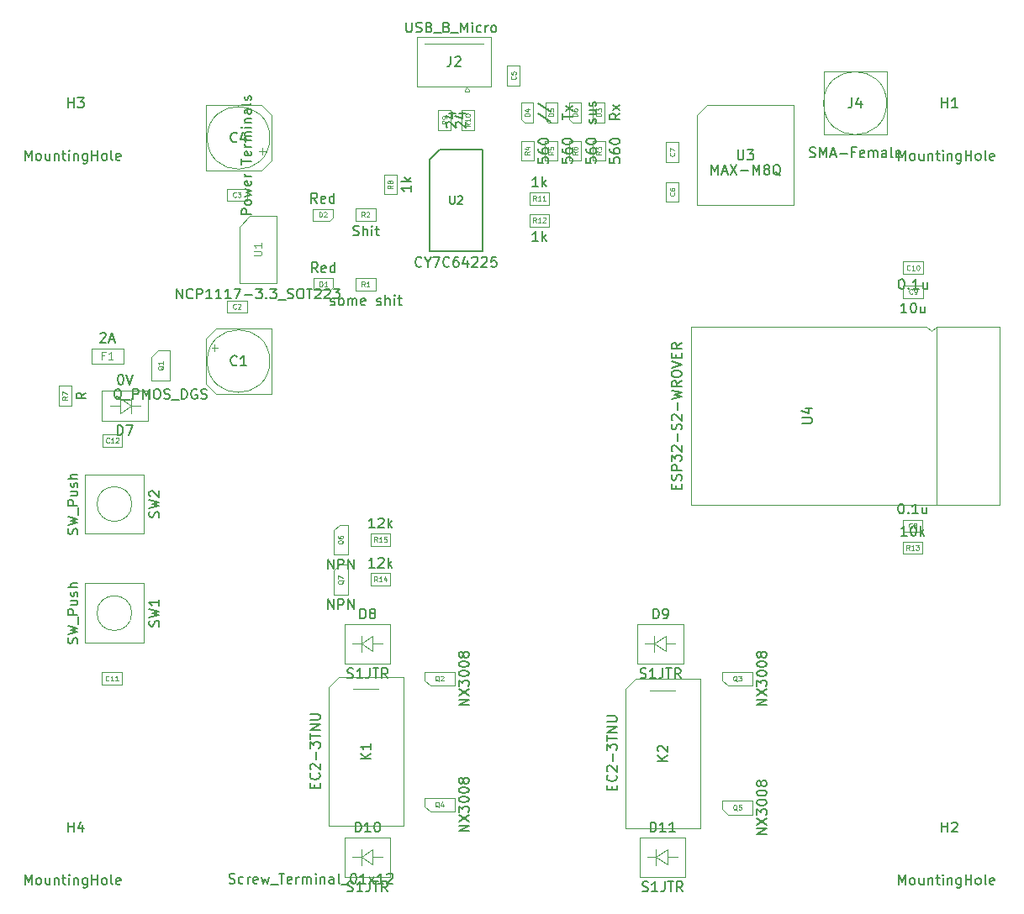
<source format=gbr>
%TF.GenerationSoftware,KiCad,Pcbnew,5.1.10*%
%TF.CreationDate,2021-11-25T21:59:15+00:00*%
%TF.ProjectId,ELE3044 - Tractor Tracker,454c4533-3034-4342-902d-205472616374,rev?*%
%TF.SameCoordinates,Original*%
%TF.FileFunction,Other,Fab,Top*%
%FSLAX46Y46*%
G04 Gerber Fmt 4.6, Leading zero omitted, Abs format (unit mm)*
G04 Created by KiCad (PCBNEW 5.1.10) date 2021-11-25 21:59:15*
%MOMM*%
%LPD*%
G01*
G04 APERTURE LIST*
%ADD10C,0.100000*%
%ADD11C,0.150000*%
%ADD12C,0.080000*%
%ADD13C,0.120000*%
%ADD14C,0.075000*%
G04 APERTURE END LIST*
D10*
%TO.C,U3*%
X168900000Y-72200000D02*
X168900000Y-81300000D01*
X178600000Y-71200000D02*
X178600000Y-81300000D01*
X169900000Y-71200000D02*
X178600000Y-71200000D01*
X168900000Y-81300000D02*
X178600000Y-81300000D01*
X169900000Y-71200000D02*
X168900000Y-72200000D01*
%TO.C,D2*%
X130187500Y-81650000D02*
X130187500Y-82850000D01*
X132187500Y-81650000D02*
X130187500Y-81650000D01*
X132187500Y-82550000D02*
X132187500Y-81650000D01*
X131887500Y-82850000D02*
X132187500Y-82550000D01*
X130187500Y-82850000D02*
X131887500Y-82850000D01*
%TO.C,D7*%
X111899440Y-101498980D02*
X110748820Y-102299080D01*
X111899440Y-101498980D02*
X110748820Y-100749680D01*
X110748820Y-100749680D02*
X110748820Y-102299080D01*
X111899440Y-102299080D02*
X111899440Y-100698880D01*
X110748820Y-101498980D02*
X109750600Y-101498980D01*
X111899440Y-101498980D02*
X112801140Y-101498980D01*
X108950000Y-103000000D02*
X113550000Y-103000000D01*
X108950000Y-103000000D02*
X108950000Y-100000000D01*
X113550000Y-100000000D02*
X113550000Y-103000000D01*
X108950000Y-100000000D02*
X113550000Y-100000000D01*
%TO.C,K1*%
X139290000Y-128850000D02*
X132790000Y-128850000D01*
X139290000Y-143850000D02*
X131790000Y-143850000D01*
X139290000Y-128850000D02*
X139290000Y-143850000D01*
X134270000Y-130000000D02*
X136810000Y-130000000D01*
X131790000Y-129850000D02*
X131790000Y-143850000D01*
X131790000Y-129850000D02*
X132790000Y-128850000D01*
%TO.C,D10*%
X135050560Y-147001020D02*
X136201180Y-146200920D01*
X135050560Y-147001020D02*
X136201180Y-147750320D01*
X136201180Y-147750320D02*
X136201180Y-146200920D01*
X135050560Y-146200920D02*
X135050560Y-147801120D01*
X136201180Y-147001020D02*
X137199400Y-147001020D01*
X135050560Y-147001020D02*
X134148860Y-147001020D01*
X138000000Y-145000000D02*
X133400000Y-145000000D01*
X138000000Y-145000000D02*
X138000000Y-149000000D01*
X133400000Y-149000000D02*
X133400000Y-145000000D01*
X138000000Y-149000000D02*
X133400000Y-149000000D01*
%TO.C,U4*%
X193023000Y-111500000D02*
X193023000Y-93500000D01*
X199320000Y-111500000D02*
X168320000Y-111500000D01*
X199323000Y-93500000D02*
X199323000Y-111500000D01*
X199320000Y-93500000D02*
X193020000Y-93500000D01*
X168320000Y-93500000D02*
X168320000Y-111500000D01*
X192020000Y-93500000D02*
X192520000Y-94000000D01*
X192520000Y-94000000D02*
X193020000Y-93500000D01*
X192020000Y-93500000D02*
X168320000Y-93500000D01*
D11*
%TO.C,U2*%
X141950000Y-76700000D02*
X142950000Y-75700000D01*
X141950000Y-85900000D02*
X141950000Y-76700000D01*
X147250000Y-85900000D02*
X141950000Y-85900000D01*
X147250000Y-75700000D02*
X147250000Y-85900000D01*
X142950000Y-75700000D02*
X147250000Y-75700000D01*
D10*
%TO.C,U1*%
X126500000Y-82400000D02*
X126500000Y-89100000D01*
X122800000Y-89100000D02*
X126500000Y-89100000D01*
X123850000Y-82400000D02*
X126500000Y-82400000D01*
X122800000Y-83450000D02*
X122800000Y-89100000D01*
X122800000Y-83450000D02*
X123850000Y-82400000D01*
%TO.C,SW2*%
X113200000Y-108400000D02*
X107200000Y-108400000D01*
X107200000Y-108400000D02*
X107200000Y-114400000D01*
X107200000Y-114400000D02*
X113200000Y-114400000D01*
X113200000Y-114400000D02*
X113200000Y-108400000D01*
X111950714Y-111400000D02*
G75*
G03*
X111950714Y-111400000I-1750714J0D01*
G01*
%TO.C,SW1*%
X113200000Y-119400000D02*
X107200000Y-119400000D01*
X107200000Y-119400000D02*
X107200000Y-125400000D01*
X107200000Y-125400000D02*
X113200000Y-125400000D01*
X113200000Y-125400000D02*
X113200000Y-119400000D01*
X111950714Y-122400000D02*
G75*
G03*
X111950714Y-122400000I-1750714J0D01*
G01*
%TO.C,R2*%
X136500000Y-82875000D02*
X134500000Y-82875000D01*
X136500000Y-81625000D02*
X136500000Y-82875000D01*
X134500000Y-81625000D02*
X136500000Y-81625000D01*
X134500000Y-82875000D02*
X134500000Y-81625000D01*
%TO.C,R1*%
X136500000Y-89875000D02*
X134500000Y-89875000D01*
X136500000Y-88625000D02*
X136500000Y-89875000D01*
X134500000Y-88625000D02*
X136500000Y-88625000D01*
X134500000Y-89875000D02*
X134500000Y-88625000D01*
%TO.C,R6*%
X157225000Y-74800000D02*
X157225000Y-76800000D01*
X155975000Y-74800000D02*
X157225000Y-74800000D01*
X155975000Y-76800000D02*
X155975000Y-74800000D01*
X157225000Y-76800000D02*
X155975000Y-76800000D01*
%TO.C,R5*%
X154825000Y-74800000D02*
X154825000Y-76800000D01*
X153575000Y-74800000D02*
X154825000Y-74800000D01*
X153575000Y-76800000D02*
X153575000Y-74800000D01*
X154825000Y-76800000D02*
X153575000Y-76800000D01*
%TO.C,Q5*%
X174470000Y-142700000D02*
X174470000Y-141300000D01*
X171430000Y-141300000D02*
X174470000Y-141300000D01*
X172000000Y-142700000D02*
X171430000Y-142150000D01*
X171430000Y-142150000D02*
X171430000Y-141300000D01*
X172000000Y-142700000D02*
X174450000Y-142700000D01*
%TO.C,Q3*%
X174470000Y-129700000D02*
X174470000Y-128300000D01*
X171430000Y-128300000D02*
X174470000Y-128300000D01*
X172000000Y-129700000D02*
X171430000Y-129150000D01*
X171430000Y-129150000D02*
X171430000Y-128300000D01*
X172000000Y-129700000D02*
X174450000Y-129700000D01*
%TO.C,Q4*%
X144470000Y-142400000D02*
X144470000Y-141000000D01*
X141430000Y-141000000D02*
X144470000Y-141000000D01*
X142000000Y-142400000D02*
X141430000Y-141850000D01*
X141430000Y-141850000D02*
X141430000Y-141000000D01*
X142000000Y-142400000D02*
X144450000Y-142400000D01*
%TO.C,Q2*%
X144470000Y-129700000D02*
X144470000Y-128300000D01*
X141430000Y-128300000D02*
X144470000Y-128300000D01*
X142000000Y-129700000D02*
X141430000Y-129150000D01*
X141430000Y-129150000D02*
X141430000Y-128300000D01*
X142000000Y-129700000D02*
X144450000Y-129700000D01*
%TO.C,Q7*%
X132300000Y-120570000D02*
X133700000Y-120570000D01*
X133700000Y-117530000D02*
X133700000Y-120570000D01*
X132300000Y-118100000D02*
X132850000Y-117530000D01*
X132850000Y-117530000D02*
X133700000Y-117530000D01*
X132300000Y-118100000D02*
X132300000Y-120550000D01*
%TO.C,Q6*%
X132300000Y-116520000D02*
X133700000Y-116520000D01*
X133700000Y-113480000D02*
X133700000Y-116520000D01*
X132300000Y-114050000D02*
X132850000Y-113480000D01*
X132850000Y-113480000D02*
X133700000Y-113480000D01*
X132300000Y-114050000D02*
X132300000Y-116500000D01*
%TO.C,Q1*%
X115750000Y-95900000D02*
X115750000Y-99000000D01*
X115750000Y-99000000D02*
X113950000Y-99000000D01*
X113950000Y-96550000D02*
X113950000Y-99000000D01*
X115750000Y-95900000D02*
X114600000Y-95900000D01*
X113950000Y-96550000D02*
X114600000Y-95900000D01*
%TO.C,K2*%
X169190000Y-129050000D02*
X162690000Y-129050000D01*
X169190000Y-144050000D02*
X161690000Y-144050000D01*
X169190000Y-129050000D02*
X169190000Y-144050000D01*
X164170000Y-130200000D02*
X166710000Y-130200000D01*
X161690000Y-130050000D02*
X161690000Y-144050000D01*
X161690000Y-130050000D02*
X162690000Y-129050000D01*
%TO.C,J4*%
X187975000Y-71000000D02*
G75*
G03*
X187975000Y-71000000I-3175000J0D01*
G01*
X181625000Y-67825000D02*
X187975000Y-67825000D01*
X181625000Y-67825000D02*
X181625000Y-74175000D01*
X181625000Y-74175000D02*
X187975000Y-74175000D01*
X187975000Y-67825000D02*
X187975000Y-74175000D01*
%TO.C,J2*%
X140650000Y-64350000D02*
X140650000Y-69350000D01*
X147400000Y-65048296D02*
X141400000Y-65048296D01*
X148150000Y-64348296D02*
X140650000Y-64348296D01*
X148150000Y-69350000D02*
X140650000Y-69350000D01*
X148150000Y-64350000D02*
X148150000Y-69350000D01*
X145700000Y-69450000D02*
X145900000Y-69650000D01*
X145500000Y-69650000D02*
X145700000Y-69450000D01*
X145900000Y-69860000D02*
X145500000Y-69860000D01*
X145900000Y-69860000D02*
X145900000Y-69650000D01*
X145500000Y-69860000D02*
X145500000Y-69650000D01*
%TO.C,F1*%
X107887500Y-95700000D02*
X111087500Y-95700000D01*
X107887500Y-97300000D02*
X107887500Y-95700000D01*
X111087500Y-97300000D02*
X107887500Y-97300000D01*
X111087500Y-95700000D02*
X111087500Y-97300000D01*
%TO.C,D1*%
X130250000Y-88650000D02*
X130250000Y-89850000D01*
X132250000Y-88650000D02*
X130250000Y-88650000D01*
X132250000Y-89550000D02*
X132250000Y-88650000D01*
X131950000Y-89850000D02*
X132250000Y-89550000D01*
X130250000Y-89850000D02*
X131950000Y-89850000D01*
%TO.C,D6*%
X157200000Y-70937500D02*
X156000000Y-70937500D01*
X157200000Y-72937500D02*
X157200000Y-70937500D01*
X156300000Y-72937500D02*
X157200000Y-72937500D01*
X156000000Y-72637500D02*
X156300000Y-72937500D01*
X156000000Y-70937500D02*
X156000000Y-72637500D01*
%TO.C,D5*%
X154800000Y-70937500D02*
X153600000Y-70937500D01*
X154800000Y-72937500D02*
X154800000Y-70937500D01*
X153900000Y-72937500D02*
X154800000Y-72937500D01*
X153600000Y-72637500D02*
X153900000Y-72937500D01*
X153600000Y-70937500D02*
X153600000Y-72637500D01*
%TO.C,D4*%
X152400000Y-70937500D02*
X151200000Y-70937500D01*
X152400000Y-72937500D02*
X152400000Y-70937500D01*
X151500000Y-72937500D02*
X152400000Y-72937500D01*
X151200000Y-72637500D02*
X151500000Y-72937500D01*
X151200000Y-70937500D02*
X151200000Y-72637500D01*
%TO.C,D3*%
X159600000Y-70937500D02*
X158400000Y-70937500D01*
X159600000Y-72937500D02*
X159600000Y-70937500D01*
X158700000Y-72937500D02*
X159600000Y-72937500D01*
X158400000Y-72637500D02*
X158700000Y-72937500D01*
X158400000Y-70937500D02*
X158400000Y-72637500D01*
%TO.C,D9*%
X164550560Y-125501020D02*
X165701180Y-124700920D01*
X164550560Y-125501020D02*
X165701180Y-126250320D01*
X165701180Y-126250320D02*
X165701180Y-124700920D01*
X164550560Y-124700920D02*
X164550560Y-126301120D01*
X165701180Y-125501020D02*
X166699400Y-125501020D01*
X164550560Y-125501020D02*
X163648860Y-125501020D01*
X167500000Y-123500000D02*
X162900000Y-123500000D01*
X167500000Y-123500000D02*
X167500000Y-127500000D01*
X162900000Y-127500000D02*
X162900000Y-123500000D01*
X167500000Y-127500000D02*
X162900000Y-127500000D01*
%TO.C,D11*%
X164750560Y-147001020D02*
X165901180Y-146200920D01*
X164750560Y-147001020D02*
X165901180Y-147750320D01*
X165901180Y-147750320D02*
X165901180Y-146200920D01*
X164750560Y-146200920D02*
X164750560Y-147801120D01*
X165901180Y-147001020D02*
X166899400Y-147001020D01*
X164750560Y-147001020D02*
X163848860Y-147001020D01*
X167700000Y-145000000D02*
X163100000Y-145000000D01*
X167700000Y-145000000D02*
X167700000Y-149000000D01*
X163100000Y-149000000D02*
X163100000Y-145000000D01*
X167700000Y-149000000D02*
X163100000Y-149000000D01*
%TO.C,D8*%
X135050560Y-125501020D02*
X136201180Y-124700920D01*
X135050560Y-125501020D02*
X136201180Y-126250320D01*
X136201180Y-126250320D02*
X136201180Y-124700920D01*
X135050560Y-124700920D02*
X135050560Y-126301120D01*
X136201180Y-125501020D02*
X137199400Y-125501020D01*
X135050560Y-125501020D02*
X134148860Y-125501020D01*
X138000000Y-123500000D02*
X133400000Y-123500000D01*
X138000000Y-123500000D02*
X138000000Y-127500000D01*
X133400000Y-127500000D02*
X133400000Y-123500000D01*
X138000000Y-127500000D02*
X133400000Y-127500000D01*
%TO.C,C4*%
X125089838Y-76145000D02*
X125089838Y-75515000D01*
X125404838Y-75830000D02*
X124774838Y-75830000D01*
X126000000Y-72200000D02*
X125000000Y-71200000D01*
X126000000Y-76800000D02*
X125000000Y-77800000D01*
X126000000Y-76800000D02*
X126000000Y-72200000D01*
X125000000Y-71200000D02*
X119400000Y-71200000D01*
X125000000Y-77800000D02*
X119400000Y-77800000D01*
X119400000Y-77800000D02*
X119400000Y-71200000D01*
X125850000Y-74500000D02*
G75*
G03*
X125850000Y-74500000I-3150000J0D01*
G01*
%TO.C,C1*%
X120310162Y-95355000D02*
X120310162Y-95985000D01*
X119995162Y-95670000D02*
X120625162Y-95670000D01*
X119400000Y-99300000D02*
X120400000Y-100300000D01*
X119400000Y-94700000D02*
X120400000Y-93700000D01*
X119400000Y-94700000D02*
X119400000Y-99300000D01*
X120400000Y-100300000D02*
X126000000Y-100300000D01*
X120400000Y-93700000D02*
X126000000Y-93700000D01*
X126000000Y-93700000D02*
X126000000Y-100300000D01*
X125850000Y-97000000D02*
G75*
G03*
X125850000Y-97000000I-3150000J0D01*
G01*
%TO.C,C7*%
X167025000Y-74937500D02*
X167025000Y-76937500D01*
X165775000Y-74937500D02*
X167025000Y-74937500D01*
X165775000Y-76937500D02*
X165775000Y-74937500D01*
X167025000Y-76937500D02*
X165775000Y-76937500D01*
%TO.C,C6*%
X165775000Y-80937500D02*
X165775000Y-78937500D01*
X167025000Y-80937500D02*
X165775000Y-80937500D01*
X167025000Y-78937500D02*
X167025000Y-80937500D01*
X165775000Y-78937500D02*
X167025000Y-78937500D01*
%TO.C,C10*%
X191637500Y-88225000D02*
X189637500Y-88225000D01*
X191637500Y-86975000D02*
X191637500Y-88225000D01*
X189637500Y-86975000D02*
X191637500Y-86975000D01*
X189637500Y-88225000D02*
X189637500Y-86975000D01*
%TO.C,C3*%
X121537500Y-79625000D02*
X123537500Y-79625000D01*
X121537500Y-80875000D02*
X121537500Y-79625000D01*
X123537500Y-80875000D02*
X121537500Y-80875000D01*
X123537500Y-79625000D02*
X123537500Y-80875000D01*
%TO.C,C2*%
X123537500Y-92125000D02*
X121537500Y-92125000D01*
X123537500Y-90875000D02*
X123537500Y-92125000D01*
X121537500Y-90875000D02*
X123537500Y-90875000D01*
X121537500Y-92125000D02*
X121537500Y-90875000D01*
%TO.C,R11*%
X152000000Y-79975000D02*
X154000000Y-79975000D01*
X152000000Y-81225000D02*
X152000000Y-79975000D01*
X154000000Y-81225000D02*
X152000000Y-81225000D01*
X154000000Y-79975000D02*
X154000000Y-81225000D01*
%TO.C,R4*%
X152425000Y-74800000D02*
X152425000Y-76800000D01*
X151175000Y-74800000D02*
X152425000Y-74800000D01*
X151175000Y-76800000D02*
X151175000Y-74800000D01*
X152425000Y-76800000D02*
X151175000Y-76800000D01*
%TO.C,R3*%
X159625000Y-74800000D02*
X159625000Y-76800000D01*
X158375000Y-74800000D02*
X159625000Y-74800000D01*
X158375000Y-76800000D02*
X158375000Y-74800000D01*
X159625000Y-76800000D02*
X158375000Y-76800000D01*
%TO.C,R13*%
X189600000Y-115175000D02*
X191600000Y-115175000D01*
X189600000Y-116425000D02*
X189600000Y-115175000D01*
X191600000Y-116425000D02*
X189600000Y-116425000D01*
X191600000Y-115175000D02*
X191600000Y-116425000D01*
%TO.C,R12*%
X154000000Y-83425000D02*
X152000000Y-83425000D01*
X154000000Y-82175000D02*
X154000000Y-83425000D01*
X152000000Y-82175000D02*
X154000000Y-82175000D01*
X152000000Y-83425000D02*
X152000000Y-82175000D01*
%TO.C,R10*%
X145175000Y-73700000D02*
X145175000Y-71700000D01*
X146425000Y-73700000D02*
X145175000Y-73700000D01*
X146425000Y-71700000D02*
X146425000Y-73700000D01*
X145175000Y-71700000D02*
X146425000Y-71700000D01*
%TO.C,R9*%
X144075000Y-71700000D02*
X144075000Y-73700000D01*
X142825000Y-71700000D02*
X144075000Y-71700000D01*
X142825000Y-73700000D02*
X142825000Y-71700000D01*
X144075000Y-73700000D02*
X142825000Y-73700000D01*
%TO.C,R8*%
X138625000Y-78200000D02*
X138625000Y-80200000D01*
X137375000Y-78200000D02*
X138625000Y-78200000D01*
X137375000Y-80200000D02*
X137375000Y-78200000D01*
X138625000Y-80200000D02*
X137375000Y-80200000D01*
%TO.C,R15*%
X136000000Y-114375000D02*
X138000000Y-114375000D01*
X136000000Y-115625000D02*
X136000000Y-114375000D01*
X138000000Y-115625000D02*
X136000000Y-115625000D01*
X138000000Y-114375000D02*
X138000000Y-115625000D01*
%TO.C,R14*%
X136000000Y-118375000D02*
X138000000Y-118375000D01*
X136000000Y-119625000D02*
X136000000Y-118375000D01*
X138000000Y-119625000D02*
X136000000Y-119625000D01*
X138000000Y-118375000D02*
X138000000Y-119625000D01*
%TO.C,R7*%
X105875000Y-99500000D02*
X105875000Y-101500000D01*
X104625000Y-99500000D02*
X105875000Y-99500000D01*
X104625000Y-101500000D02*
X104625000Y-99500000D01*
X105875000Y-101500000D02*
X104625000Y-101500000D01*
%TO.C,C9*%
X191637500Y-90625000D02*
X189637500Y-90625000D01*
X191637500Y-89375000D02*
X191637500Y-90625000D01*
X189637500Y-89375000D02*
X191637500Y-89375000D01*
X189637500Y-90625000D02*
X189637500Y-89375000D01*
%TO.C,C8*%
X189600000Y-112975000D02*
X191600000Y-112975000D01*
X189600000Y-114225000D02*
X189600000Y-112975000D01*
X191600000Y-114225000D02*
X189600000Y-114225000D01*
X191600000Y-112975000D02*
X191600000Y-114225000D01*
%TO.C,C12*%
X109000000Y-104375000D02*
X111000000Y-104375000D01*
X109000000Y-105625000D02*
X109000000Y-104375000D01*
X111000000Y-105625000D02*
X109000000Y-105625000D01*
X111000000Y-104375000D02*
X111000000Y-105625000D01*
%TO.C,C11*%
X108962500Y-128375000D02*
X110962500Y-128375000D01*
X108962500Y-129625000D02*
X108962500Y-128375000D01*
X110962500Y-129625000D02*
X108962500Y-129625000D01*
X110962500Y-128375000D02*
X110962500Y-129625000D01*
%TO.C,C5*%
X151025000Y-67212500D02*
X151025000Y-69212500D01*
X149775000Y-67212500D02*
X151025000Y-67212500D01*
X149775000Y-69212500D02*
X149775000Y-67212500D01*
X151025000Y-69212500D02*
X149775000Y-69212500D01*
%TD*%
%TO.C,J1*%
D11*
X123984380Y-82212380D02*
X122984380Y-82212380D01*
X122984380Y-81831428D01*
X123032000Y-81736190D01*
X123079619Y-81688571D01*
X123174857Y-81640952D01*
X123317714Y-81640952D01*
X123412952Y-81688571D01*
X123460571Y-81736190D01*
X123508190Y-81831428D01*
X123508190Y-82212380D01*
X123984380Y-81069523D02*
X123936761Y-81164761D01*
X123889142Y-81212380D01*
X123793904Y-81260000D01*
X123508190Y-81260000D01*
X123412952Y-81212380D01*
X123365333Y-81164761D01*
X123317714Y-81069523D01*
X123317714Y-80926666D01*
X123365333Y-80831428D01*
X123412952Y-80783809D01*
X123508190Y-80736190D01*
X123793904Y-80736190D01*
X123889142Y-80783809D01*
X123936761Y-80831428D01*
X123984380Y-80926666D01*
X123984380Y-81069523D01*
X123317714Y-80402857D02*
X123984380Y-80212380D01*
X123508190Y-80021904D01*
X123984380Y-79831428D01*
X123317714Y-79640952D01*
X123936761Y-78879047D02*
X123984380Y-78974285D01*
X123984380Y-79164761D01*
X123936761Y-79260000D01*
X123841523Y-79307619D01*
X123460571Y-79307619D01*
X123365333Y-79260000D01*
X123317714Y-79164761D01*
X123317714Y-78974285D01*
X123365333Y-78879047D01*
X123460571Y-78831428D01*
X123555809Y-78831428D01*
X123651047Y-79307619D01*
X123984380Y-78402857D02*
X123317714Y-78402857D01*
X123508190Y-78402857D02*
X123412952Y-78355238D01*
X123365333Y-78307619D01*
X123317714Y-78212380D01*
X123317714Y-78117142D01*
X122984380Y-77164761D02*
X122984380Y-76593333D01*
X123984380Y-76879047D02*
X122984380Y-76879047D01*
X123936761Y-75879047D02*
X123984380Y-75974285D01*
X123984380Y-76164761D01*
X123936761Y-76260000D01*
X123841523Y-76307619D01*
X123460571Y-76307619D01*
X123365333Y-76260000D01*
X123317714Y-76164761D01*
X123317714Y-75974285D01*
X123365333Y-75879047D01*
X123460571Y-75831428D01*
X123555809Y-75831428D01*
X123651047Y-76307619D01*
X123984380Y-75402857D02*
X123317714Y-75402857D01*
X123508190Y-75402857D02*
X123412952Y-75355238D01*
X123365333Y-75307619D01*
X123317714Y-75212380D01*
X123317714Y-75117142D01*
X123984380Y-74783809D02*
X123317714Y-74783809D01*
X123412952Y-74783809D02*
X123365333Y-74736190D01*
X123317714Y-74640952D01*
X123317714Y-74498095D01*
X123365333Y-74402857D01*
X123460571Y-74355238D01*
X123984380Y-74355238D01*
X123460571Y-74355238D02*
X123365333Y-74307619D01*
X123317714Y-74212380D01*
X123317714Y-74069523D01*
X123365333Y-73974285D01*
X123460571Y-73926666D01*
X123984380Y-73926666D01*
X123984380Y-73450476D02*
X123317714Y-73450476D01*
X122984380Y-73450476D02*
X123032000Y-73498095D01*
X123079619Y-73450476D01*
X123032000Y-73402857D01*
X122984380Y-73450476D01*
X123079619Y-73450476D01*
X123317714Y-72974285D02*
X123984380Y-72974285D01*
X123412952Y-72974285D02*
X123365333Y-72926666D01*
X123317714Y-72831428D01*
X123317714Y-72688571D01*
X123365333Y-72593333D01*
X123460571Y-72545714D01*
X123984380Y-72545714D01*
X123984380Y-71640952D02*
X123460571Y-71640952D01*
X123365333Y-71688571D01*
X123317714Y-71783809D01*
X123317714Y-71974285D01*
X123365333Y-72069523D01*
X123936761Y-71640952D02*
X123984380Y-71736190D01*
X123984380Y-71974285D01*
X123936761Y-72069523D01*
X123841523Y-72117142D01*
X123746285Y-72117142D01*
X123651047Y-72069523D01*
X123603428Y-71974285D01*
X123603428Y-71736190D01*
X123555809Y-71640952D01*
X123984380Y-71021904D02*
X123936761Y-71117142D01*
X123841523Y-71164761D01*
X122984380Y-71164761D01*
X123936761Y-70688571D02*
X123984380Y-70593333D01*
X123984380Y-70402857D01*
X123936761Y-70307619D01*
X123841523Y-70260000D01*
X123793904Y-70260000D01*
X123698666Y-70307619D01*
X123651047Y-70402857D01*
X123651047Y-70545714D01*
X123603428Y-70640952D01*
X123508190Y-70688571D01*
X123460571Y-70688571D01*
X123365333Y-70640952D01*
X123317714Y-70545714D01*
X123317714Y-70402857D01*
X123365333Y-70307619D01*
%TO.C,J3*%
X121764904Y-149602761D02*
X121907761Y-149650380D01*
X122145857Y-149650380D01*
X122241095Y-149602761D01*
X122288714Y-149555142D01*
X122336333Y-149459904D01*
X122336333Y-149364666D01*
X122288714Y-149269428D01*
X122241095Y-149221809D01*
X122145857Y-149174190D01*
X121955380Y-149126571D01*
X121860142Y-149078952D01*
X121812523Y-149031333D01*
X121764904Y-148936095D01*
X121764904Y-148840857D01*
X121812523Y-148745619D01*
X121860142Y-148698000D01*
X121955380Y-148650380D01*
X122193476Y-148650380D01*
X122336333Y-148698000D01*
X123193476Y-149602761D02*
X123098238Y-149650380D01*
X122907761Y-149650380D01*
X122812523Y-149602761D01*
X122764904Y-149555142D01*
X122717285Y-149459904D01*
X122717285Y-149174190D01*
X122764904Y-149078952D01*
X122812523Y-149031333D01*
X122907761Y-148983714D01*
X123098238Y-148983714D01*
X123193476Y-149031333D01*
X123622047Y-149650380D02*
X123622047Y-148983714D01*
X123622047Y-149174190D02*
X123669666Y-149078952D01*
X123717285Y-149031333D01*
X123812523Y-148983714D01*
X123907761Y-148983714D01*
X124622047Y-149602761D02*
X124526809Y-149650380D01*
X124336333Y-149650380D01*
X124241095Y-149602761D01*
X124193476Y-149507523D01*
X124193476Y-149126571D01*
X124241095Y-149031333D01*
X124336333Y-148983714D01*
X124526809Y-148983714D01*
X124622047Y-149031333D01*
X124669666Y-149126571D01*
X124669666Y-149221809D01*
X124193476Y-149317047D01*
X125003000Y-148983714D02*
X125193476Y-149650380D01*
X125383952Y-149174190D01*
X125574428Y-149650380D01*
X125764904Y-148983714D01*
X125907761Y-149745619D02*
X126669666Y-149745619D01*
X126764904Y-148650380D02*
X127336333Y-148650380D01*
X127050619Y-149650380D02*
X127050619Y-148650380D01*
X128050619Y-149602761D02*
X127955380Y-149650380D01*
X127764904Y-149650380D01*
X127669666Y-149602761D01*
X127622047Y-149507523D01*
X127622047Y-149126571D01*
X127669666Y-149031333D01*
X127764904Y-148983714D01*
X127955380Y-148983714D01*
X128050619Y-149031333D01*
X128098238Y-149126571D01*
X128098238Y-149221809D01*
X127622047Y-149317047D01*
X128526809Y-149650380D02*
X128526809Y-148983714D01*
X128526809Y-149174190D02*
X128574428Y-149078952D01*
X128622047Y-149031333D01*
X128717285Y-148983714D01*
X128812523Y-148983714D01*
X129145857Y-149650380D02*
X129145857Y-148983714D01*
X129145857Y-149078952D02*
X129193476Y-149031333D01*
X129288714Y-148983714D01*
X129431571Y-148983714D01*
X129526809Y-149031333D01*
X129574428Y-149126571D01*
X129574428Y-149650380D01*
X129574428Y-149126571D02*
X129622047Y-149031333D01*
X129717285Y-148983714D01*
X129860142Y-148983714D01*
X129955380Y-149031333D01*
X130003000Y-149126571D01*
X130003000Y-149650380D01*
X130479190Y-149650380D02*
X130479190Y-148983714D01*
X130479190Y-148650380D02*
X130431571Y-148698000D01*
X130479190Y-148745619D01*
X130526809Y-148698000D01*
X130479190Y-148650380D01*
X130479190Y-148745619D01*
X130955380Y-148983714D02*
X130955380Y-149650380D01*
X130955380Y-149078952D02*
X131003000Y-149031333D01*
X131098238Y-148983714D01*
X131241095Y-148983714D01*
X131336333Y-149031333D01*
X131383952Y-149126571D01*
X131383952Y-149650380D01*
X132288714Y-149650380D02*
X132288714Y-149126571D01*
X132241095Y-149031333D01*
X132145857Y-148983714D01*
X131955380Y-148983714D01*
X131860142Y-149031333D01*
X132288714Y-149602761D02*
X132193476Y-149650380D01*
X131955380Y-149650380D01*
X131860142Y-149602761D01*
X131812523Y-149507523D01*
X131812523Y-149412285D01*
X131860142Y-149317047D01*
X131955380Y-149269428D01*
X132193476Y-149269428D01*
X132288714Y-149221809D01*
X132907761Y-149650380D02*
X132812523Y-149602761D01*
X132764904Y-149507523D01*
X132764904Y-148650380D01*
X133050619Y-149745619D02*
X133812523Y-149745619D01*
X134241095Y-148650380D02*
X134336333Y-148650380D01*
X134431571Y-148698000D01*
X134479190Y-148745619D01*
X134526809Y-148840857D01*
X134574428Y-149031333D01*
X134574428Y-149269428D01*
X134526809Y-149459904D01*
X134479190Y-149555142D01*
X134431571Y-149602761D01*
X134336333Y-149650380D01*
X134241095Y-149650380D01*
X134145857Y-149602761D01*
X134098238Y-149555142D01*
X134050619Y-149459904D01*
X134003000Y-149269428D01*
X134003000Y-149031333D01*
X134050619Y-148840857D01*
X134098238Y-148745619D01*
X134145857Y-148698000D01*
X134241095Y-148650380D01*
X135526809Y-149650380D02*
X134955380Y-149650380D01*
X135241095Y-149650380D02*
X135241095Y-148650380D01*
X135145857Y-148793238D01*
X135050619Y-148888476D01*
X134955380Y-148936095D01*
X135860142Y-149650380D02*
X136383952Y-148983714D01*
X135860142Y-148983714D02*
X136383952Y-149650380D01*
X137288714Y-149650380D02*
X136717285Y-149650380D01*
X137003000Y-149650380D02*
X137003000Y-148650380D01*
X136907761Y-148793238D01*
X136812523Y-148888476D01*
X136717285Y-148936095D01*
X137669666Y-148745619D02*
X137717285Y-148698000D01*
X137812523Y-148650380D01*
X138050619Y-148650380D01*
X138145857Y-148698000D01*
X138193476Y-148745619D01*
X138241095Y-148840857D01*
X138241095Y-148936095D01*
X138193476Y-149078952D01*
X137622047Y-149650380D01*
X138241095Y-149650380D01*
%TO.C,U3*%
X170321428Y-78202380D02*
X170321428Y-77202380D01*
X170654761Y-77916666D01*
X170988095Y-77202380D01*
X170988095Y-78202380D01*
X171416666Y-77916666D02*
X171892857Y-77916666D01*
X171321428Y-78202380D02*
X171654761Y-77202380D01*
X171988095Y-78202380D01*
X172226190Y-77202380D02*
X172892857Y-78202380D01*
X172892857Y-77202380D02*
X172226190Y-78202380D01*
X173273809Y-77821428D02*
X174035714Y-77821428D01*
X174511904Y-78202380D02*
X174511904Y-77202380D01*
X174845238Y-77916666D01*
X175178571Y-77202380D01*
X175178571Y-78202380D01*
X175797619Y-77630952D02*
X175702380Y-77583333D01*
X175654761Y-77535714D01*
X175607142Y-77440476D01*
X175607142Y-77392857D01*
X175654761Y-77297619D01*
X175702380Y-77250000D01*
X175797619Y-77202380D01*
X175988095Y-77202380D01*
X176083333Y-77250000D01*
X176130952Y-77297619D01*
X176178571Y-77392857D01*
X176178571Y-77440476D01*
X176130952Y-77535714D01*
X176083333Y-77583333D01*
X175988095Y-77630952D01*
X175797619Y-77630952D01*
X175702380Y-77678571D01*
X175654761Y-77726190D01*
X175607142Y-77821428D01*
X175607142Y-78011904D01*
X175654761Y-78107142D01*
X175702380Y-78154761D01*
X175797619Y-78202380D01*
X175988095Y-78202380D01*
X176083333Y-78154761D01*
X176130952Y-78107142D01*
X176178571Y-78011904D01*
X176178571Y-77821428D01*
X176130952Y-77726190D01*
X176083333Y-77678571D01*
X175988095Y-77630952D01*
X177273809Y-78297619D02*
X177178571Y-78250000D01*
X177083333Y-78154761D01*
X176940476Y-78011904D01*
X176845238Y-77964285D01*
X176750000Y-77964285D01*
X176797619Y-78202380D02*
X176702380Y-78154761D01*
X176607142Y-78059523D01*
X176559523Y-77869047D01*
X176559523Y-77535714D01*
X176607142Y-77345238D01*
X176702380Y-77250000D01*
X176797619Y-77202380D01*
X176988095Y-77202380D01*
X177083333Y-77250000D01*
X177178571Y-77345238D01*
X177226190Y-77535714D01*
X177226190Y-77869047D01*
X177178571Y-78059523D01*
X177083333Y-78154761D01*
X176988095Y-78202380D01*
X176797619Y-78202380D01*
X172988095Y-75702380D02*
X172988095Y-76511904D01*
X173035714Y-76607142D01*
X173083333Y-76654761D01*
X173178571Y-76702380D01*
X173369047Y-76702380D01*
X173464285Y-76654761D01*
X173511904Y-76607142D01*
X173559523Y-76511904D01*
X173559523Y-75702380D01*
X173940476Y-75702380D02*
X174559523Y-75702380D01*
X174226190Y-76083333D01*
X174369047Y-76083333D01*
X174464285Y-76130952D01*
X174511904Y-76178571D01*
X174559523Y-76273809D01*
X174559523Y-76511904D01*
X174511904Y-76607142D01*
X174464285Y-76654761D01*
X174369047Y-76702380D01*
X174083333Y-76702380D01*
X173988095Y-76654761D01*
X173940476Y-76607142D01*
%TO.C,D2*%
X130616071Y-81052380D02*
X130282738Y-80576190D01*
X130044642Y-81052380D02*
X130044642Y-80052380D01*
X130425595Y-80052380D01*
X130520833Y-80100000D01*
X130568452Y-80147619D01*
X130616071Y-80242857D01*
X130616071Y-80385714D01*
X130568452Y-80480952D01*
X130520833Y-80528571D01*
X130425595Y-80576190D01*
X130044642Y-80576190D01*
X131425595Y-81004761D02*
X131330357Y-81052380D01*
X131139880Y-81052380D01*
X131044642Y-81004761D01*
X130997023Y-80909523D01*
X130997023Y-80528571D01*
X131044642Y-80433333D01*
X131139880Y-80385714D01*
X131330357Y-80385714D01*
X131425595Y-80433333D01*
X131473214Y-80528571D01*
X131473214Y-80623809D01*
X130997023Y-80719047D01*
X132330357Y-81052380D02*
X132330357Y-80052380D01*
X132330357Y-81004761D02*
X132235119Y-81052380D01*
X132044642Y-81052380D01*
X131949404Y-81004761D01*
X131901785Y-80957142D01*
X131854166Y-80861904D01*
X131854166Y-80576190D01*
X131901785Y-80480952D01*
X131949404Y-80433333D01*
X132044642Y-80385714D01*
X132235119Y-80385714D01*
X132330357Y-80433333D01*
D12*
X130818452Y-82476190D02*
X130818452Y-81976190D01*
X130937500Y-81976190D01*
X131008928Y-82000000D01*
X131056547Y-82047619D01*
X131080357Y-82095238D01*
X131104166Y-82190476D01*
X131104166Y-82261904D01*
X131080357Y-82357142D01*
X131056547Y-82404761D01*
X131008928Y-82452380D01*
X130937500Y-82476190D01*
X130818452Y-82476190D01*
X131294642Y-82023809D02*
X131318452Y-82000000D01*
X131366071Y-81976190D01*
X131485119Y-81976190D01*
X131532738Y-82000000D01*
X131556547Y-82023809D01*
X131580357Y-82071428D01*
X131580357Y-82119047D01*
X131556547Y-82190476D01*
X131270833Y-82476190D01*
X131580357Y-82476190D01*
%TO.C,D7*%
D11*
X110773809Y-98352380D02*
X110869047Y-98352380D01*
X110964285Y-98400000D01*
X111011904Y-98447619D01*
X111059523Y-98542857D01*
X111107142Y-98733333D01*
X111107142Y-98971428D01*
X111059523Y-99161904D01*
X111011904Y-99257142D01*
X110964285Y-99304761D01*
X110869047Y-99352380D01*
X110773809Y-99352380D01*
X110678571Y-99304761D01*
X110630952Y-99257142D01*
X110583333Y-99161904D01*
X110535714Y-98971428D01*
X110535714Y-98733333D01*
X110583333Y-98542857D01*
X110630952Y-98447619D01*
X110678571Y-98400000D01*
X110773809Y-98352380D01*
X111392857Y-98352380D02*
X111726190Y-99352380D01*
X112059523Y-98352380D01*
X110511904Y-104452380D02*
X110511904Y-103452380D01*
X110750000Y-103452380D01*
X110892857Y-103500000D01*
X110988095Y-103595238D01*
X111035714Y-103690476D01*
X111083333Y-103880952D01*
X111083333Y-104023809D01*
X111035714Y-104214285D01*
X110988095Y-104309523D01*
X110892857Y-104404761D01*
X110750000Y-104452380D01*
X110511904Y-104452380D01*
X111416666Y-103452380D02*
X112083333Y-103452380D01*
X111654761Y-104452380D01*
%TO.C,K1*%
X130378571Y-140004285D02*
X130378571Y-139670952D01*
X130902380Y-139528095D02*
X130902380Y-140004285D01*
X129902380Y-140004285D01*
X129902380Y-139528095D01*
X130807142Y-138528095D02*
X130854761Y-138575714D01*
X130902380Y-138718571D01*
X130902380Y-138813809D01*
X130854761Y-138956666D01*
X130759523Y-139051904D01*
X130664285Y-139099523D01*
X130473809Y-139147142D01*
X130330952Y-139147142D01*
X130140476Y-139099523D01*
X130045238Y-139051904D01*
X129950000Y-138956666D01*
X129902380Y-138813809D01*
X129902380Y-138718571D01*
X129950000Y-138575714D01*
X129997619Y-138528095D01*
X129997619Y-138147142D02*
X129950000Y-138099523D01*
X129902380Y-138004285D01*
X129902380Y-137766190D01*
X129950000Y-137670952D01*
X129997619Y-137623333D01*
X130092857Y-137575714D01*
X130188095Y-137575714D01*
X130330952Y-137623333D01*
X130902380Y-138194761D01*
X130902380Y-137575714D01*
X130521428Y-137147142D02*
X130521428Y-136385238D01*
X129902380Y-136004285D02*
X129902380Y-135385238D01*
X130283333Y-135718571D01*
X130283333Y-135575714D01*
X130330952Y-135480476D01*
X130378571Y-135432857D01*
X130473809Y-135385238D01*
X130711904Y-135385238D01*
X130807142Y-135432857D01*
X130854761Y-135480476D01*
X130902380Y-135575714D01*
X130902380Y-135861428D01*
X130854761Y-135956666D01*
X130807142Y-136004285D01*
X129902380Y-135099523D02*
X129902380Y-134528095D01*
X130902380Y-134813809D02*
X129902380Y-134813809D01*
X130902380Y-134194761D02*
X129902380Y-134194761D01*
X130902380Y-133623333D01*
X129902380Y-133623333D01*
X129902380Y-133147142D02*
X130711904Y-133147142D01*
X130807142Y-133099523D01*
X130854761Y-133051904D01*
X130902380Y-132956666D01*
X130902380Y-132766190D01*
X130854761Y-132670952D01*
X130807142Y-132623333D01*
X130711904Y-132575714D01*
X129902380Y-132575714D01*
X135992380Y-137088095D02*
X134992380Y-137088095D01*
X135992380Y-136516666D02*
X135420952Y-136945238D01*
X134992380Y-136516666D02*
X135563809Y-137088095D01*
X135992380Y-135564285D02*
X135992380Y-136135714D01*
X135992380Y-135850000D02*
X134992380Y-135850000D01*
X135135238Y-135945238D01*
X135230476Y-136040476D01*
X135278095Y-136135714D01*
%TO.C,D10*%
X133676190Y-150404761D02*
X133819047Y-150452380D01*
X134057142Y-150452380D01*
X134152380Y-150404761D01*
X134200000Y-150357142D01*
X134247619Y-150261904D01*
X134247619Y-150166666D01*
X134200000Y-150071428D01*
X134152380Y-150023809D01*
X134057142Y-149976190D01*
X133866666Y-149928571D01*
X133771428Y-149880952D01*
X133723809Y-149833333D01*
X133676190Y-149738095D01*
X133676190Y-149642857D01*
X133723809Y-149547619D01*
X133771428Y-149500000D01*
X133866666Y-149452380D01*
X134104761Y-149452380D01*
X134247619Y-149500000D01*
X135200000Y-150452380D02*
X134628571Y-150452380D01*
X134914285Y-150452380D02*
X134914285Y-149452380D01*
X134819047Y-149595238D01*
X134723809Y-149690476D01*
X134628571Y-149738095D01*
X135914285Y-149452380D02*
X135914285Y-150166666D01*
X135866666Y-150309523D01*
X135771428Y-150404761D01*
X135628571Y-150452380D01*
X135533333Y-150452380D01*
X136247619Y-149452380D02*
X136819047Y-149452380D01*
X136533333Y-150452380D02*
X136533333Y-149452380D01*
X137723809Y-150452380D02*
X137390476Y-149976190D01*
X137152380Y-150452380D02*
X137152380Y-149452380D01*
X137533333Y-149452380D01*
X137628571Y-149500000D01*
X137676190Y-149547619D01*
X137723809Y-149642857D01*
X137723809Y-149785714D01*
X137676190Y-149880952D01*
X137628571Y-149928571D01*
X137533333Y-149976190D01*
X137152380Y-149976190D01*
X134485714Y-144452380D02*
X134485714Y-143452380D01*
X134723809Y-143452380D01*
X134866666Y-143500000D01*
X134961904Y-143595238D01*
X135009523Y-143690476D01*
X135057142Y-143880952D01*
X135057142Y-144023809D01*
X135009523Y-144214285D01*
X134961904Y-144309523D01*
X134866666Y-144404761D01*
X134723809Y-144452380D01*
X134485714Y-144452380D01*
X136009523Y-144452380D02*
X135438095Y-144452380D01*
X135723809Y-144452380D02*
X135723809Y-143452380D01*
X135628571Y-143595238D01*
X135533333Y-143690476D01*
X135438095Y-143738095D01*
X136628571Y-143452380D02*
X136723809Y-143452380D01*
X136819047Y-143500000D01*
X136866666Y-143547619D01*
X136914285Y-143642857D01*
X136961904Y-143833333D01*
X136961904Y-144071428D01*
X136914285Y-144261904D01*
X136866666Y-144357142D01*
X136819047Y-144404761D01*
X136723809Y-144452380D01*
X136628571Y-144452380D01*
X136533333Y-144404761D01*
X136485714Y-144357142D01*
X136438095Y-144261904D01*
X136390476Y-144071428D01*
X136390476Y-143833333D01*
X136438095Y-143642857D01*
X136485714Y-143547619D01*
X136533333Y-143500000D01*
X136628571Y-143452380D01*
%TO.C,H4*%
X101214285Y-149752380D02*
X101214285Y-148752380D01*
X101547619Y-149466666D01*
X101880952Y-148752380D01*
X101880952Y-149752380D01*
X102500000Y-149752380D02*
X102404761Y-149704761D01*
X102357142Y-149657142D01*
X102309523Y-149561904D01*
X102309523Y-149276190D01*
X102357142Y-149180952D01*
X102404761Y-149133333D01*
X102500000Y-149085714D01*
X102642857Y-149085714D01*
X102738095Y-149133333D01*
X102785714Y-149180952D01*
X102833333Y-149276190D01*
X102833333Y-149561904D01*
X102785714Y-149657142D01*
X102738095Y-149704761D01*
X102642857Y-149752380D01*
X102500000Y-149752380D01*
X103690476Y-149085714D02*
X103690476Y-149752380D01*
X103261904Y-149085714D02*
X103261904Y-149609523D01*
X103309523Y-149704761D01*
X103404761Y-149752380D01*
X103547619Y-149752380D01*
X103642857Y-149704761D01*
X103690476Y-149657142D01*
X104166666Y-149085714D02*
X104166666Y-149752380D01*
X104166666Y-149180952D02*
X104214285Y-149133333D01*
X104309523Y-149085714D01*
X104452380Y-149085714D01*
X104547619Y-149133333D01*
X104595238Y-149228571D01*
X104595238Y-149752380D01*
X104928571Y-149085714D02*
X105309523Y-149085714D01*
X105071428Y-148752380D02*
X105071428Y-149609523D01*
X105119047Y-149704761D01*
X105214285Y-149752380D01*
X105309523Y-149752380D01*
X105642857Y-149752380D02*
X105642857Y-149085714D01*
X105642857Y-148752380D02*
X105595238Y-148800000D01*
X105642857Y-148847619D01*
X105690476Y-148800000D01*
X105642857Y-148752380D01*
X105642857Y-148847619D01*
X106119047Y-149085714D02*
X106119047Y-149752380D01*
X106119047Y-149180952D02*
X106166666Y-149133333D01*
X106261904Y-149085714D01*
X106404761Y-149085714D01*
X106500000Y-149133333D01*
X106547619Y-149228571D01*
X106547619Y-149752380D01*
X107452380Y-149085714D02*
X107452380Y-149895238D01*
X107404761Y-149990476D01*
X107357142Y-150038095D01*
X107261904Y-150085714D01*
X107119047Y-150085714D01*
X107023809Y-150038095D01*
X107452380Y-149704761D02*
X107357142Y-149752380D01*
X107166666Y-149752380D01*
X107071428Y-149704761D01*
X107023809Y-149657142D01*
X106976190Y-149561904D01*
X106976190Y-149276190D01*
X107023809Y-149180952D01*
X107071428Y-149133333D01*
X107166666Y-149085714D01*
X107357142Y-149085714D01*
X107452380Y-149133333D01*
X107928571Y-149752380D02*
X107928571Y-148752380D01*
X107928571Y-149228571D02*
X108500000Y-149228571D01*
X108500000Y-149752380D02*
X108500000Y-148752380D01*
X109119047Y-149752380D02*
X109023809Y-149704761D01*
X108976190Y-149657142D01*
X108928571Y-149561904D01*
X108928571Y-149276190D01*
X108976190Y-149180952D01*
X109023809Y-149133333D01*
X109119047Y-149085714D01*
X109261904Y-149085714D01*
X109357142Y-149133333D01*
X109404761Y-149180952D01*
X109452380Y-149276190D01*
X109452380Y-149561904D01*
X109404761Y-149657142D01*
X109357142Y-149704761D01*
X109261904Y-149752380D01*
X109119047Y-149752380D01*
X110023809Y-149752380D02*
X109928571Y-149704761D01*
X109880952Y-149609523D01*
X109880952Y-148752380D01*
X110785714Y-149704761D02*
X110690476Y-149752380D01*
X110500000Y-149752380D01*
X110404761Y-149704761D01*
X110357142Y-149609523D01*
X110357142Y-149228571D01*
X110404761Y-149133333D01*
X110500000Y-149085714D01*
X110690476Y-149085714D01*
X110785714Y-149133333D01*
X110833333Y-149228571D01*
X110833333Y-149323809D01*
X110357142Y-149419047D01*
X105538095Y-144452380D02*
X105538095Y-143452380D01*
X105538095Y-143928571D02*
X106109523Y-143928571D01*
X106109523Y-144452380D02*
X106109523Y-143452380D01*
X107014285Y-143785714D02*
X107014285Y-144452380D01*
X106776190Y-143404761D02*
X106538095Y-144119047D01*
X107157142Y-144119047D01*
%TO.C,H3*%
X101214285Y-76752380D02*
X101214285Y-75752380D01*
X101547619Y-76466666D01*
X101880952Y-75752380D01*
X101880952Y-76752380D01*
X102500000Y-76752380D02*
X102404761Y-76704761D01*
X102357142Y-76657142D01*
X102309523Y-76561904D01*
X102309523Y-76276190D01*
X102357142Y-76180952D01*
X102404761Y-76133333D01*
X102500000Y-76085714D01*
X102642857Y-76085714D01*
X102738095Y-76133333D01*
X102785714Y-76180952D01*
X102833333Y-76276190D01*
X102833333Y-76561904D01*
X102785714Y-76657142D01*
X102738095Y-76704761D01*
X102642857Y-76752380D01*
X102500000Y-76752380D01*
X103690476Y-76085714D02*
X103690476Y-76752380D01*
X103261904Y-76085714D02*
X103261904Y-76609523D01*
X103309523Y-76704761D01*
X103404761Y-76752380D01*
X103547619Y-76752380D01*
X103642857Y-76704761D01*
X103690476Y-76657142D01*
X104166666Y-76085714D02*
X104166666Y-76752380D01*
X104166666Y-76180952D02*
X104214285Y-76133333D01*
X104309523Y-76085714D01*
X104452380Y-76085714D01*
X104547619Y-76133333D01*
X104595238Y-76228571D01*
X104595238Y-76752380D01*
X104928571Y-76085714D02*
X105309523Y-76085714D01*
X105071428Y-75752380D02*
X105071428Y-76609523D01*
X105119047Y-76704761D01*
X105214285Y-76752380D01*
X105309523Y-76752380D01*
X105642857Y-76752380D02*
X105642857Y-76085714D01*
X105642857Y-75752380D02*
X105595238Y-75800000D01*
X105642857Y-75847619D01*
X105690476Y-75800000D01*
X105642857Y-75752380D01*
X105642857Y-75847619D01*
X106119047Y-76085714D02*
X106119047Y-76752380D01*
X106119047Y-76180952D02*
X106166666Y-76133333D01*
X106261904Y-76085714D01*
X106404761Y-76085714D01*
X106500000Y-76133333D01*
X106547619Y-76228571D01*
X106547619Y-76752380D01*
X107452380Y-76085714D02*
X107452380Y-76895238D01*
X107404761Y-76990476D01*
X107357142Y-77038095D01*
X107261904Y-77085714D01*
X107119047Y-77085714D01*
X107023809Y-77038095D01*
X107452380Y-76704761D02*
X107357142Y-76752380D01*
X107166666Y-76752380D01*
X107071428Y-76704761D01*
X107023809Y-76657142D01*
X106976190Y-76561904D01*
X106976190Y-76276190D01*
X107023809Y-76180952D01*
X107071428Y-76133333D01*
X107166666Y-76085714D01*
X107357142Y-76085714D01*
X107452380Y-76133333D01*
X107928571Y-76752380D02*
X107928571Y-75752380D01*
X107928571Y-76228571D02*
X108500000Y-76228571D01*
X108500000Y-76752380D02*
X108500000Y-75752380D01*
X109119047Y-76752380D02*
X109023809Y-76704761D01*
X108976190Y-76657142D01*
X108928571Y-76561904D01*
X108928571Y-76276190D01*
X108976190Y-76180952D01*
X109023809Y-76133333D01*
X109119047Y-76085714D01*
X109261904Y-76085714D01*
X109357142Y-76133333D01*
X109404761Y-76180952D01*
X109452380Y-76276190D01*
X109452380Y-76561904D01*
X109404761Y-76657142D01*
X109357142Y-76704761D01*
X109261904Y-76752380D01*
X109119047Y-76752380D01*
X110023809Y-76752380D02*
X109928571Y-76704761D01*
X109880952Y-76609523D01*
X109880952Y-75752380D01*
X110785714Y-76704761D02*
X110690476Y-76752380D01*
X110500000Y-76752380D01*
X110404761Y-76704761D01*
X110357142Y-76609523D01*
X110357142Y-76228571D01*
X110404761Y-76133333D01*
X110500000Y-76085714D01*
X110690476Y-76085714D01*
X110785714Y-76133333D01*
X110833333Y-76228571D01*
X110833333Y-76323809D01*
X110357142Y-76419047D01*
X105538095Y-71452380D02*
X105538095Y-70452380D01*
X105538095Y-70928571D02*
X106109523Y-70928571D01*
X106109523Y-71452380D02*
X106109523Y-70452380D01*
X106490476Y-70452380D02*
X107109523Y-70452380D01*
X106776190Y-70833333D01*
X106919047Y-70833333D01*
X107014285Y-70880952D01*
X107061904Y-70928571D01*
X107109523Y-71023809D01*
X107109523Y-71261904D01*
X107061904Y-71357142D01*
X107014285Y-71404761D01*
X106919047Y-71452380D01*
X106633333Y-71452380D01*
X106538095Y-71404761D01*
X106490476Y-71357142D01*
%TO.C,H2*%
X189214285Y-149752380D02*
X189214285Y-148752380D01*
X189547619Y-149466666D01*
X189880952Y-148752380D01*
X189880952Y-149752380D01*
X190500000Y-149752380D02*
X190404761Y-149704761D01*
X190357142Y-149657142D01*
X190309523Y-149561904D01*
X190309523Y-149276190D01*
X190357142Y-149180952D01*
X190404761Y-149133333D01*
X190500000Y-149085714D01*
X190642857Y-149085714D01*
X190738095Y-149133333D01*
X190785714Y-149180952D01*
X190833333Y-149276190D01*
X190833333Y-149561904D01*
X190785714Y-149657142D01*
X190738095Y-149704761D01*
X190642857Y-149752380D01*
X190500000Y-149752380D01*
X191690476Y-149085714D02*
X191690476Y-149752380D01*
X191261904Y-149085714D02*
X191261904Y-149609523D01*
X191309523Y-149704761D01*
X191404761Y-149752380D01*
X191547619Y-149752380D01*
X191642857Y-149704761D01*
X191690476Y-149657142D01*
X192166666Y-149085714D02*
X192166666Y-149752380D01*
X192166666Y-149180952D02*
X192214285Y-149133333D01*
X192309523Y-149085714D01*
X192452380Y-149085714D01*
X192547619Y-149133333D01*
X192595238Y-149228571D01*
X192595238Y-149752380D01*
X192928571Y-149085714D02*
X193309523Y-149085714D01*
X193071428Y-148752380D02*
X193071428Y-149609523D01*
X193119047Y-149704761D01*
X193214285Y-149752380D01*
X193309523Y-149752380D01*
X193642857Y-149752380D02*
X193642857Y-149085714D01*
X193642857Y-148752380D02*
X193595238Y-148800000D01*
X193642857Y-148847619D01*
X193690476Y-148800000D01*
X193642857Y-148752380D01*
X193642857Y-148847619D01*
X194119047Y-149085714D02*
X194119047Y-149752380D01*
X194119047Y-149180952D02*
X194166666Y-149133333D01*
X194261904Y-149085714D01*
X194404761Y-149085714D01*
X194500000Y-149133333D01*
X194547619Y-149228571D01*
X194547619Y-149752380D01*
X195452380Y-149085714D02*
X195452380Y-149895238D01*
X195404761Y-149990476D01*
X195357142Y-150038095D01*
X195261904Y-150085714D01*
X195119047Y-150085714D01*
X195023809Y-150038095D01*
X195452380Y-149704761D02*
X195357142Y-149752380D01*
X195166666Y-149752380D01*
X195071428Y-149704761D01*
X195023809Y-149657142D01*
X194976190Y-149561904D01*
X194976190Y-149276190D01*
X195023809Y-149180952D01*
X195071428Y-149133333D01*
X195166666Y-149085714D01*
X195357142Y-149085714D01*
X195452380Y-149133333D01*
X195928571Y-149752380D02*
X195928571Y-148752380D01*
X195928571Y-149228571D02*
X196500000Y-149228571D01*
X196500000Y-149752380D02*
X196500000Y-148752380D01*
X197119047Y-149752380D02*
X197023809Y-149704761D01*
X196976190Y-149657142D01*
X196928571Y-149561904D01*
X196928571Y-149276190D01*
X196976190Y-149180952D01*
X197023809Y-149133333D01*
X197119047Y-149085714D01*
X197261904Y-149085714D01*
X197357142Y-149133333D01*
X197404761Y-149180952D01*
X197452380Y-149276190D01*
X197452380Y-149561904D01*
X197404761Y-149657142D01*
X197357142Y-149704761D01*
X197261904Y-149752380D01*
X197119047Y-149752380D01*
X198023809Y-149752380D02*
X197928571Y-149704761D01*
X197880952Y-149609523D01*
X197880952Y-148752380D01*
X198785714Y-149704761D02*
X198690476Y-149752380D01*
X198500000Y-149752380D01*
X198404761Y-149704761D01*
X198357142Y-149609523D01*
X198357142Y-149228571D01*
X198404761Y-149133333D01*
X198500000Y-149085714D01*
X198690476Y-149085714D01*
X198785714Y-149133333D01*
X198833333Y-149228571D01*
X198833333Y-149323809D01*
X198357142Y-149419047D01*
X193538095Y-144452380D02*
X193538095Y-143452380D01*
X193538095Y-143928571D02*
X194109523Y-143928571D01*
X194109523Y-144452380D02*
X194109523Y-143452380D01*
X194538095Y-143547619D02*
X194585714Y-143500000D01*
X194680952Y-143452380D01*
X194919047Y-143452380D01*
X195014285Y-143500000D01*
X195061904Y-143547619D01*
X195109523Y-143642857D01*
X195109523Y-143738095D01*
X195061904Y-143880952D01*
X194490476Y-144452380D01*
X195109523Y-144452380D01*
%TO.C,H1*%
X189214285Y-76752380D02*
X189214285Y-75752380D01*
X189547619Y-76466666D01*
X189880952Y-75752380D01*
X189880952Y-76752380D01*
X190500000Y-76752380D02*
X190404761Y-76704761D01*
X190357142Y-76657142D01*
X190309523Y-76561904D01*
X190309523Y-76276190D01*
X190357142Y-76180952D01*
X190404761Y-76133333D01*
X190500000Y-76085714D01*
X190642857Y-76085714D01*
X190738095Y-76133333D01*
X190785714Y-76180952D01*
X190833333Y-76276190D01*
X190833333Y-76561904D01*
X190785714Y-76657142D01*
X190738095Y-76704761D01*
X190642857Y-76752380D01*
X190500000Y-76752380D01*
X191690476Y-76085714D02*
X191690476Y-76752380D01*
X191261904Y-76085714D02*
X191261904Y-76609523D01*
X191309523Y-76704761D01*
X191404761Y-76752380D01*
X191547619Y-76752380D01*
X191642857Y-76704761D01*
X191690476Y-76657142D01*
X192166666Y-76085714D02*
X192166666Y-76752380D01*
X192166666Y-76180952D02*
X192214285Y-76133333D01*
X192309523Y-76085714D01*
X192452380Y-76085714D01*
X192547619Y-76133333D01*
X192595238Y-76228571D01*
X192595238Y-76752380D01*
X192928571Y-76085714D02*
X193309523Y-76085714D01*
X193071428Y-75752380D02*
X193071428Y-76609523D01*
X193119047Y-76704761D01*
X193214285Y-76752380D01*
X193309523Y-76752380D01*
X193642857Y-76752380D02*
X193642857Y-76085714D01*
X193642857Y-75752380D02*
X193595238Y-75800000D01*
X193642857Y-75847619D01*
X193690476Y-75800000D01*
X193642857Y-75752380D01*
X193642857Y-75847619D01*
X194119047Y-76085714D02*
X194119047Y-76752380D01*
X194119047Y-76180952D02*
X194166666Y-76133333D01*
X194261904Y-76085714D01*
X194404761Y-76085714D01*
X194500000Y-76133333D01*
X194547619Y-76228571D01*
X194547619Y-76752380D01*
X195452380Y-76085714D02*
X195452380Y-76895238D01*
X195404761Y-76990476D01*
X195357142Y-77038095D01*
X195261904Y-77085714D01*
X195119047Y-77085714D01*
X195023809Y-77038095D01*
X195452380Y-76704761D02*
X195357142Y-76752380D01*
X195166666Y-76752380D01*
X195071428Y-76704761D01*
X195023809Y-76657142D01*
X194976190Y-76561904D01*
X194976190Y-76276190D01*
X195023809Y-76180952D01*
X195071428Y-76133333D01*
X195166666Y-76085714D01*
X195357142Y-76085714D01*
X195452380Y-76133333D01*
X195928571Y-76752380D02*
X195928571Y-75752380D01*
X195928571Y-76228571D02*
X196500000Y-76228571D01*
X196500000Y-76752380D02*
X196500000Y-75752380D01*
X197119047Y-76752380D02*
X197023809Y-76704761D01*
X196976190Y-76657142D01*
X196928571Y-76561904D01*
X196928571Y-76276190D01*
X196976190Y-76180952D01*
X197023809Y-76133333D01*
X197119047Y-76085714D01*
X197261904Y-76085714D01*
X197357142Y-76133333D01*
X197404761Y-76180952D01*
X197452380Y-76276190D01*
X197452380Y-76561904D01*
X197404761Y-76657142D01*
X197357142Y-76704761D01*
X197261904Y-76752380D01*
X197119047Y-76752380D01*
X198023809Y-76752380D02*
X197928571Y-76704761D01*
X197880952Y-76609523D01*
X197880952Y-75752380D01*
X198785714Y-76704761D02*
X198690476Y-76752380D01*
X198500000Y-76752380D01*
X198404761Y-76704761D01*
X198357142Y-76609523D01*
X198357142Y-76228571D01*
X198404761Y-76133333D01*
X198500000Y-76085714D01*
X198690476Y-76085714D01*
X198785714Y-76133333D01*
X198833333Y-76228571D01*
X198833333Y-76323809D01*
X198357142Y-76419047D01*
X193538095Y-71452380D02*
X193538095Y-70452380D01*
X193538095Y-70928571D02*
X194109523Y-70928571D01*
X194109523Y-71452380D02*
X194109523Y-70452380D01*
X195109523Y-71452380D02*
X194538095Y-71452380D01*
X194823809Y-71452380D02*
X194823809Y-70452380D01*
X194728571Y-70595238D01*
X194633333Y-70690476D01*
X194538095Y-70738095D01*
%TO.C,U4*%
X166783571Y-109849523D02*
X166783571Y-109516190D01*
X167307380Y-109373333D02*
X167307380Y-109849523D01*
X166307380Y-109849523D01*
X166307380Y-109373333D01*
X167259761Y-108992380D02*
X167307380Y-108849523D01*
X167307380Y-108611428D01*
X167259761Y-108516190D01*
X167212142Y-108468571D01*
X167116904Y-108420952D01*
X167021666Y-108420952D01*
X166926428Y-108468571D01*
X166878809Y-108516190D01*
X166831190Y-108611428D01*
X166783571Y-108801904D01*
X166735952Y-108897142D01*
X166688333Y-108944761D01*
X166593095Y-108992380D01*
X166497857Y-108992380D01*
X166402619Y-108944761D01*
X166355000Y-108897142D01*
X166307380Y-108801904D01*
X166307380Y-108563809D01*
X166355000Y-108420952D01*
X167307380Y-107992380D02*
X166307380Y-107992380D01*
X166307380Y-107611428D01*
X166355000Y-107516190D01*
X166402619Y-107468571D01*
X166497857Y-107420952D01*
X166640714Y-107420952D01*
X166735952Y-107468571D01*
X166783571Y-107516190D01*
X166831190Y-107611428D01*
X166831190Y-107992380D01*
X166307380Y-107087619D02*
X166307380Y-106468571D01*
X166688333Y-106801904D01*
X166688333Y-106659047D01*
X166735952Y-106563809D01*
X166783571Y-106516190D01*
X166878809Y-106468571D01*
X167116904Y-106468571D01*
X167212142Y-106516190D01*
X167259761Y-106563809D01*
X167307380Y-106659047D01*
X167307380Y-106944761D01*
X167259761Y-107040000D01*
X167212142Y-107087619D01*
X166402619Y-106087619D02*
X166355000Y-106040000D01*
X166307380Y-105944761D01*
X166307380Y-105706666D01*
X166355000Y-105611428D01*
X166402619Y-105563809D01*
X166497857Y-105516190D01*
X166593095Y-105516190D01*
X166735952Y-105563809D01*
X167307380Y-106135238D01*
X167307380Y-105516190D01*
X166926428Y-105087619D02*
X166926428Y-104325714D01*
X167259761Y-103897142D02*
X167307380Y-103754285D01*
X167307380Y-103516190D01*
X167259761Y-103420952D01*
X167212142Y-103373333D01*
X167116904Y-103325714D01*
X167021666Y-103325714D01*
X166926428Y-103373333D01*
X166878809Y-103420952D01*
X166831190Y-103516190D01*
X166783571Y-103706666D01*
X166735952Y-103801904D01*
X166688333Y-103849523D01*
X166593095Y-103897142D01*
X166497857Y-103897142D01*
X166402619Y-103849523D01*
X166355000Y-103801904D01*
X166307380Y-103706666D01*
X166307380Y-103468571D01*
X166355000Y-103325714D01*
X166402619Y-102944761D02*
X166355000Y-102897142D01*
X166307380Y-102801904D01*
X166307380Y-102563809D01*
X166355000Y-102468571D01*
X166402619Y-102420952D01*
X166497857Y-102373333D01*
X166593095Y-102373333D01*
X166735952Y-102420952D01*
X167307380Y-102992380D01*
X167307380Y-102373333D01*
X166926428Y-101944761D02*
X166926428Y-101182857D01*
X166307380Y-100801904D02*
X167307380Y-100563809D01*
X166593095Y-100373333D01*
X167307380Y-100182857D01*
X166307380Y-99944761D01*
X167307380Y-98992380D02*
X166831190Y-99325714D01*
X167307380Y-99563809D02*
X166307380Y-99563809D01*
X166307380Y-99182857D01*
X166355000Y-99087619D01*
X166402619Y-99040000D01*
X166497857Y-98992380D01*
X166640714Y-98992380D01*
X166735952Y-99040000D01*
X166783571Y-99087619D01*
X166831190Y-99182857D01*
X166831190Y-99563809D01*
X166307380Y-98373333D02*
X166307380Y-98182857D01*
X166355000Y-98087619D01*
X166450238Y-97992380D01*
X166640714Y-97944761D01*
X166974047Y-97944761D01*
X167164523Y-97992380D01*
X167259761Y-98087619D01*
X167307380Y-98182857D01*
X167307380Y-98373333D01*
X167259761Y-98468571D01*
X167164523Y-98563809D01*
X166974047Y-98611428D01*
X166640714Y-98611428D01*
X166450238Y-98563809D01*
X166355000Y-98468571D01*
X166307380Y-98373333D01*
X166307380Y-97659047D02*
X167307380Y-97325714D01*
X166307380Y-96992380D01*
X166783571Y-96659047D02*
X166783571Y-96325714D01*
X167307380Y-96182857D02*
X167307380Y-96659047D01*
X166307380Y-96659047D01*
X166307380Y-96182857D01*
X167307380Y-95182857D02*
X166831190Y-95516190D01*
X167307380Y-95754285D02*
X166307380Y-95754285D01*
X166307380Y-95373333D01*
X166355000Y-95278095D01*
X166402619Y-95230476D01*
X166497857Y-95182857D01*
X166640714Y-95182857D01*
X166735952Y-95230476D01*
X166783571Y-95278095D01*
X166831190Y-95373333D01*
X166831190Y-95754285D01*
X179452380Y-103261904D02*
X180261904Y-103261904D01*
X180357142Y-103214285D01*
X180404761Y-103166666D01*
X180452380Y-103071428D01*
X180452380Y-102880952D01*
X180404761Y-102785714D01*
X180357142Y-102738095D01*
X180261904Y-102690476D01*
X179452380Y-102690476D01*
X179785714Y-101785714D02*
X180452380Y-101785714D01*
X179404761Y-102023809D02*
X180119047Y-102261904D01*
X180119047Y-101642857D01*
%TO.C,U2*%
X141123809Y-87407142D02*
X141076190Y-87454761D01*
X140933333Y-87502380D01*
X140838095Y-87502380D01*
X140695238Y-87454761D01*
X140600000Y-87359523D01*
X140552380Y-87264285D01*
X140504761Y-87073809D01*
X140504761Y-86930952D01*
X140552380Y-86740476D01*
X140600000Y-86645238D01*
X140695238Y-86550000D01*
X140838095Y-86502380D01*
X140933333Y-86502380D01*
X141076190Y-86550000D01*
X141123809Y-86597619D01*
X141742857Y-87026190D02*
X141742857Y-87502380D01*
X141409523Y-86502380D02*
X141742857Y-87026190D01*
X142076190Y-86502380D01*
X142314285Y-86502380D02*
X142980952Y-86502380D01*
X142552380Y-87502380D01*
X143933333Y-87407142D02*
X143885714Y-87454761D01*
X143742857Y-87502380D01*
X143647619Y-87502380D01*
X143504761Y-87454761D01*
X143409523Y-87359523D01*
X143361904Y-87264285D01*
X143314285Y-87073809D01*
X143314285Y-86930952D01*
X143361904Y-86740476D01*
X143409523Y-86645238D01*
X143504761Y-86550000D01*
X143647619Y-86502380D01*
X143742857Y-86502380D01*
X143885714Y-86550000D01*
X143933333Y-86597619D01*
X144790476Y-86502380D02*
X144600000Y-86502380D01*
X144504761Y-86550000D01*
X144457142Y-86597619D01*
X144361904Y-86740476D01*
X144314285Y-86930952D01*
X144314285Y-87311904D01*
X144361904Y-87407142D01*
X144409523Y-87454761D01*
X144504761Y-87502380D01*
X144695238Y-87502380D01*
X144790476Y-87454761D01*
X144838095Y-87407142D01*
X144885714Y-87311904D01*
X144885714Y-87073809D01*
X144838095Y-86978571D01*
X144790476Y-86930952D01*
X144695238Y-86883333D01*
X144504761Y-86883333D01*
X144409523Y-86930952D01*
X144361904Y-86978571D01*
X144314285Y-87073809D01*
X145742857Y-86835714D02*
X145742857Y-87502380D01*
X145504761Y-86454761D02*
X145266666Y-87169047D01*
X145885714Y-87169047D01*
X146219047Y-86597619D02*
X146266666Y-86550000D01*
X146361904Y-86502380D01*
X146600000Y-86502380D01*
X146695238Y-86550000D01*
X146742857Y-86597619D01*
X146790476Y-86692857D01*
X146790476Y-86788095D01*
X146742857Y-86930952D01*
X146171428Y-87502380D01*
X146790476Y-87502380D01*
X147171428Y-86597619D02*
X147219047Y-86550000D01*
X147314285Y-86502380D01*
X147552380Y-86502380D01*
X147647619Y-86550000D01*
X147695238Y-86597619D01*
X147742857Y-86692857D01*
X147742857Y-86788095D01*
X147695238Y-86930952D01*
X147123809Y-87502380D01*
X147742857Y-87502380D01*
X148647619Y-86502380D02*
X148171428Y-86502380D01*
X148123809Y-86978571D01*
X148171428Y-86930952D01*
X148266666Y-86883333D01*
X148504761Y-86883333D01*
X148600000Y-86930952D01*
X148647619Y-86978571D01*
X148695238Y-87073809D01*
X148695238Y-87311904D01*
X148647619Y-87407142D01*
X148600000Y-87454761D01*
X148504761Y-87502380D01*
X148266666Y-87502380D01*
X148171428Y-87454761D01*
X148123809Y-87407142D01*
X143990476Y-80361904D02*
X143990476Y-81009523D01*
X144028571Y-81085714D01*
X144066666Y-81123809D01*
X144142857Y-81161904D01*
X144295238Y-81161904D01*
X144371428Y-81123809D01*
X144409523Y-81085714D01*
X144447619Y-81009523D01*
X144447619Y-80361904D01*
X144790476Y-80438095D02*
X144828571Y-80400000D01*
X144904761Y-80361904D01*
X145095238Y-80361904D01*
X145171428Y-80400000D01*
X145209523Y-80438095D01*
X145247619Y-80514285D01*
X145247619Y-80590476D01*
X145209523Y-80704761D01*
X144752380Y-81161904D01*
X145247619Y-81161904D01*
%TO.C,U1*%
X116459523Y-90702380D02*
X116459523Y-89702380D01*
X117030952Y-90702380D01*
X117030952Y-89702380D01*
X118078571Y-90607142D02*
X118030952Y-90654761D01*
X117888095Y-90702380D01*
X117792857Y-90702380D01*
X117650000Y-90654761D01*
X117554761Y-90559523D01*
X117507142Y-90464285D01*
X117459523Y-90273809D01*
X117459523Y-90130952D01*
X117507142Y-89940476D01*
X117554761Y-89845238D01*
X117650000Y-89750000D01*
X117792857Y-89702380D01*
X117888095Y-89702380D01*
X118030952Y-89750000D01*
X118078571Y-89797619D01*
X118507142Y-90702380D02*
X118507142Y-89702380D01*
X118888095Y-89702380D01*
X118983333Y-89750000D01*
X119030952Y-89797619D01*
X119078571Y-89892857D01*
X119078571Y-90035714D01*
X119030952Y-90130952D01*
X118983333Y-90178571D01*
X118888095Y-90226190D01*
X118507142Y-90226190D01*
X120030952Y-90702380D02*
X119459523Y-90702380D01*
X119745238Y-90702380D02*
X119745238Y-89702380D01*
X119650000Y-89845238D01*
X119554761Y-89940476D01*
X119459523Y-89988095D01*
X120983333Y-90702380D02*
X120411904Y-90702380D01*
X120697619Y-90702380D02*
X120697619Y-89702380D01*
X120602380Y-89845238D01*
X120507142Y-89940476D01*
X120411904Y-89988095D01*
X121935714Y-90702380D02*
X121364285Y-90702380D01*
X121650000Y-90702380D02*
X121650000Y-89702380D01*
X121554761Y-89845238D01*
X121459523Y-89940476D01*
X121364285Y-89988095D01*
X122269047Y-89702380D02*
X122935714Y-89702380D01*
X122507142Y-90702380D01*
X123316666Y-90321428D02*
X124078571Y-90321428D01*
X124459523Y-89702380D02*
X125078571Y-89702380D01*
X124745238Y-90083333D01*
X124888095Y-90083333D01*
X124983333Y-90130952D01*
X125030952Y-90178571D01*
X125078571Y-90273809D01*
X125078571Y-90511904D01*
X125030952Y-90607142D01*
X124983333Y-90654761D01*
X124888095Y-90702380D01*
X124602380Y-90702380D01*
X124507142Y-90654761D01*
X124459523Y-90607142D01*
X125507142Y-90607142D02*
X125554761Y-90654761D01*
X125507142Y-90702380D01*
X125459523Y-90654761D01*
X125507142Y-90607142D01*
X125507142Y-90702380D01*
X125888095Y-89702380D02*
X126507142Y-89702380D01*
X126173809Y-90083333D01*
X126316666Y-90083333D01*
X126411904Y-90130952D01*
X126459523Y-90178571D01*
X126507142Y-90273809D01*
X126507142Y-90511904D01*
X126459523Y-90607142D01*
X126411904Y-90654761D01*
X126316666Y-90702380D01*
X126030952Y-90702380D01*
X125935714Y-90654761D01*
X125888095Y-90607142D01*
X126697619Y-90797619D02*
X127459523Y-90797619D01*
X127650000Y-90654761D02*
X127792857Y-90702380D01*
X128030952Y-90702380D01*
X128126190Y-90654761D01*
X128173809Y-90607142D01*
X128221428Y-90511904D01*
X128221428Y-90416666D01*
X128173809Y-90321428D01*
X128126190Y-90273809D01*
X128030952Y-90226190D01*
X127840476Y-90178571D01*
X127745238Y-90130952D01*
X127697619Y-90083333D01*
X127650000Y-89988095D01*
X127650000Y-89892857D01*
X127697619Y-89797619D01*
X127745238Y-89750000D01*
X127840476Y-89702380D01*
X128078571Y-89702380D01*
X128221428Y-89750000D01*
X128840476Y-89702380D02*
X129030952Y-89702380D01*
X129126190Y-89750000D01*
X129221428Y-89845238D01*
X129269047Y-90035714D01*
X129269047Y-90369047D01*
X129221428Y-90559523D01*
X129126190Y-90654761D01*
X129030952Y-90702380D01*
X128840476Y-90702380D01*
X128745238Y-90654761D01*
X128650000Y-90559523D01*
X128602380Y-90369047D01*
X128602380Y-90035714D01*
X128650000Y-89845238D01*
X128745238Y-89750000D01*
X128840476Y-89702380D01*
X129554761Y-89702380D02*
X130126190Y-89702380D01*
X129840476Y-90702380D02*
X129840476Y-89702380D01*
X130411904Y-89797619D02*
X130459523Y-89750000D01*
X130554761Y-89702380D01*
X130792857Y-89702380D01*
X130888095Y-89750000D01*
X130935714Y-89797619D01*
X130983333Y-89892857D01*
X130983333Y-89988095D01*
X130935714Y-90130952D01*
X130364285Y-90702380D01*
X130983333Y-90702380D01*
X131364285Y-89797619D02*
X131411904Y-89750000D01*
X131507142Y-89702380D01*
X131745238Y-89702380D01*
X131840476Y-89750000D01*
X131888095Y-89797619D01*
X131935714Y-89892857D01*
X131935714Y-89988095D01*
X131888095Y-90130952D01*
X131316666Y-90702380D01*
X131935714Y-90702380D01*
X132269047Y-89702380D02*
X132888095Y-89702380D01*
X132554761Y-90083333D01*
X132697619Y-90083333D01*
X132792857Y-90130952D01*
X132840476Y-90178571D01*
X132888095Y-90273809D01*
X132888095Y-90511904D01*
X132840476Y-90607142D01*
X132792857Y-90654761D01*
X132697619Y-90702380D01*
X132411904Y-90702380D01*
X132316666Y-90654761D01*
X132269047Y-90607142D01*
D13*
X124211904Y-86359523D02*
X124859523Y-86359523D01*
X124935714Y-86321428D01*
X124973809Y-86283333D01*
X125011904Y-86207142D01*
X125011904Y-86054761D01*
X124973809Y-85978571D01*
X124935714Y-85940476D01*
X124859523Y-85902380D01*
X124211904Y-85902380D01*
X125011904Y-85102380D02*
X125011904Y-85559523D01*
X125011904Y-85330952D02*
X124211904Y-85330952D01*
X124326190Y-85407142D01*
X124402380Y-85483333D01*
X124440476Y-85559523D01*
%TO.C,SW2*%
D11*
X106454761Y-114447619D02*
X106502380Y-114304761D01*
X106502380Y-114066666D01*
X106454761Y-113971428D01*
X106407142Y-113923809D01*
X106311904Y-113876190D01*
X106216666Y-113876190D01*
X106121428Y-113923809D01*
X106073809Y-113971428D01*
X106026190Y-114066666D01*
X105978571Y-114257142D01*
X105930952Y-114352380D01*
X105883333Y-114400000D01*
X105788095Y-114447619D01*
X105692857Y-114447619D01*
X105597619Y-114400000D01*
X105550000Y-114352380D01*
X105502380Y-114257142D01*
X105502380Y-114019047D01*
X105550000Y-113876190D01*
X105502380Y-113542857D02*
X106502380Y-113304761D01*
X105788095Y-113114285D01*
X106502380Y-112923809D01*
X105502380Y-112685714D01*
X106597619Y-112542857D02*
X106597619Y-111780952D01*
X106502380Y-111542857D02*
X105502380Y-111542857D01*
X105502380Y-111161904D01*
X105550000Y-111066666D01*
X105597619Y-111019047D01*
X105692857Y-110971428D01*
X105835714Y-110971428D01*
X105930952Y-111019047D01*
X105978571Y-111066666D01*
X106026190Y-111161904D01*
X106026190Y-111542857D01*
X105835714Y-110114285D02*
X106502380Y-110114285D01*
X105835714Y-110542857D02*
X106359523Y-110542857D01*
X106454761Y-110495238D01*
X106502380Y-110400000D01*
X106502380Y-110257142D01*
X106454761Y-110161904D01*
X106407142Y-110114285D01*
X106454761Y-109685714D02*
X106502380Y-109590476D01*
X106502380Y-109400000D01*
X106454761Y-109304761D01*
X106359523Y-109257142D01*
X106311904Y-109257142D01*
X106216666Y-109304761D01*
X106169047Y-109400000D01*
X106169047Y-109542857D01*
X106121428Y-109638095D01*
X106026190Y-109685714D01*
X105978571Y-109685714D01*
X105883333Y-109638095D01*
X105835714Y-109542857D01*
X105835714Y-109400000D01*
X105883333Y-109304761D01*
X106502380Y-108828571D02*
X105502380Y-108828571D01*
X106502380Y-108400000D02*
X105978571Y-108400000D01*
X105883333Y-108447619D01*
X105835714Y-108542857D01*
X105835714Y-108685714D01*
X105883333Y-108780952D01*
X105930952Y-108828571D01*
X114654761Y-112733333D02*
X114702380Y-112590476D01*
X114702380Y-112352380D01*
X114654761Y-112257142D01*
X114607142Y-112209523D01*
X114511904Y-112161904D01*
X114416666Y-112161904D01*
X114321428Y-112209523D01*
X114273809Y-112257142D01*
X114226190Y-112352380D01*
X114178571Y-112542857D01*
X114130952Y-112638095D01*
X114083333Y-112685714D01*
X113988095Y-112733333D01*
X113892857Y-112733333D01*
X113797619Y-112685714D01*
X113750000Y-112638095D01*
X113702380Y-112542857D01*
X113702380Y-112304761D01*
X113750000Y-112161904D01*
X113702380Y-111828571D02*
X114702380Y-111590476D01*
X113988095Y-111400000D01*
X114702380Y-111209523D01*
X113702380Y-110971428D01*
X113797619Y-110638095D02*
X113750000Y-110590476D01*
X113702380Y-110495238D01*
X113702380Y-110257142D01*
X113750000Y-110161904D01*
X113797619Y-110114285D01*
X113892857Y-110066666D01*
X113988095Y-110066666D01*
X114130952Y-110114285D01*
X114702380Y-110685714D01*
X114702380Y-110066666D01*
%TO.C,SW1*%
X106454761Y-125447619D02*
X106502380Y-125304761D01*
X106502380Y-125066666D01*
X106454761Y-124971428D01*
X106407142Y-124923809D01*
X106311904Y-124876190D01*
X106216666Y-124876190D01*
X106121428Y-124923809D01*
X106073809Y-124971428D01*
X106026190Y-125066666D01*
X105978571Y-125257142D01*
X105930952Y-125352380D01*
X105883333Y-125400000D01*
X105788095Y-125447619D01*
X105692857Y-125447619D01*
X105597619Y-125400000D01*
X105550000Y-125352380D01*
X105502380Y-125257142D01*
X105502380Y-125019047D01*
X105550000Y-124876190D01*
X105502380Y-124542857D02*
X106502380Y-124304761D01*
X105788095Y-124114285D01*
X106502380Y-123923809D01*
X105502380Y-123685714D01*
X106597619Y-123542857D02*
X106597619Y-122780952D01*
X106502380Y-122542857D02*
X105502380Y-122542857D01*
X105502380Y-122161904D01*
X105550000Y-122066666D01*
X105597619Y-122019047D01*
X105692857Y-121971428D01*
X105835714Y-121971428D01*
X105930952Y-122019047D01*
X105978571Y-122066666D01*
X106026190Y-122161904D01*
X106026190Y-122542857D01*
X105835714Y-121114285D02*
X106502380Y-121114285D01*
X105835714Y-121542857D02*
X106359523Y-121542857D01*
X106454761Y-121495238D01*
X106502380Y-121400000D01*
X106502380Y-121257142D01*
X106454761Y-121161904D01*
X106407142Y-121114285D01*
X106454761Y-120685714D02*
X106502380Y-120590476D01*
X106502380Y-120400000D01*
X106454761Y-120304761D01*
X106359523Y-120257142D01*
X106311904Y-120257142D01*
X106216666Y-120304761D01*
X106169047Y-120400000D01*
X106169047Y-120542857D01*
X106121428Y-120638095D01*
X106026190Y-120685714D01*
X105978571Y-120685714D01*
X105883333Y-120638095D01*
X105835714Y-120542857D01*
X105835714Y-120400000D01*
X105883333Y-120304761D01*
X106502380Y-119828571D02*
X105502380Y-119828571D01*
X106502380Y-119400000D02*
X105978571Y-119400000D01*
X105883333Y-119447619D01*
X105835714Y-119542857D01*
X105835714Y-119685714D01*
X105883333Y-119780952D01*
X105930952Y-119828571D01*
X114654761Y-123733333D02*
X114702380Y-123590476D01*
X114702380Y-123352380D01*
X114654761Y-123257142D01*
X114607142Y-123209523D01*
X114511904Y-123161904D01*
X114416666Y-123161904D01*
X114321428Y-123209523D01*
X114273809Y-123257142D01*
X114226190Y-123352380D01*
X114178571Y-123542857D01*
X114130952Y-123638095D01*
X114083333Y-123685714D01*
X113988095Y-123733333D01*
X113892857Y-123733333D01*
X113797619Y-123685714D01*
X113750000Y-123638095D01*
X113702380Y-123542857D01*
X113702380Y-123304761D01*
X113750000Y-123161904D01*
X113702380Y-122828571D02*
X114702380Y-122590476D01*
X113988095Y-122400000D01*
X114702380Y-122209523D01*
X113702380Y-121971428D01*
X114702380Y-121066666D02*
X114702380Y-121638095D01*
X114702380Y-121352380D02*
X113702380Y-121352380D01*
X113845238Y-121447619D01*
X113940476Y-121542857D01*
X113988095Y-121638095D01*
%TO.C,R2*%
X134238095Y-84304761D02*
X134380952Y-84352380D01*
X134619047Y-84352380D01*
X134714285Y-84304761D01*
X134761904Y-84257142D01*
X134809523Y-84161904D01*
X134809523Y-84066666D01*
X134761904Y-83971428D01*
X134714285Y-83923809D01*
X134619047Y-83876190D01*
X134428571Y-83828571D01*
X134333333Y-83780952D01*
X134285714Y-83733333D01*
X134238095Y-83638095D01*
X134238095Y-83542857D01*
X134285714Y-83447619D01*
X134333333Y-83400000D01*
X134428571Y-83352380D01*
X134666666Y-83352380D01*
X134809523Y-83400000D01*
X135238095Y-84352380D02*
X135238095Y-83352380D01*
X135666666Y-84352380D02*
X135666666Y-83828571D01*
X135619047Y-83733333D01*
X135523809Y-83685714D01*
X135380952Y-83685714D01*
X135285714Y-83733333D01*
X135238095Y-83780952D01*
X136142857Y-84352380D02*
X136142857Y-83685714D01*
X136142857Y-83352380D02*
X136095238Y-83400000D01*
X136142857Y-83447619D01*
X136190476Y-83400000D01*
X136142857Y-83352380D01*
X136142857Y-83447619D01*
X136476190Y-83685714D02*
X136857142Y-83685714D01*
X136619047Y-83352380D02*
X136619047Y-84209523D01*
X136666666Y-84304761D01*
X136761904Y-84352380D01*
X136857142Y-84352380D01*
D12*
X135416666Y-82476190D02*
X135250000Y-82238095D01*
X135130952Y-82476190D02*
X135130952Y-81976190D01*
X135321428Y-81976190D01*
X135369047Y-82000000D01*
X135392857Y-82023809D01*
X135416666Y-82071428D01*
X135416666Y-82142857D01*
X135392857Y-82190476D01*
X135369047Y-82214285D01*
X135321428Y-82238095D01*
X135130952Y-82238095D01*
X135607142Y-82023809D02*
X135630952Y-82000000D01*
X135678571Y-81976190D01*
X135797619Y-81976190D01*
X135845238Y-82000000D01*
X135869047Y-82023809D01*
X135892857Y-82071428D01*
X135892857Y-82119047D01*
X135869047Y-82190476D01*
X135583333Y-82476190D01*
X135892857Y-82476190D01*
%TO.C,R1*%
D11*
X131976190Y-91304761D02*
X132071428Y-91352380D01*
X132261904Y-91352380D01*
X132357142Y-91304761D01*
X132404761Y-91209523D01*
X132404761Y-91161904D01*
X132357142Y-91066666D01*
X132261904Y-91019047D01*
X132119047Y-91019047D01*
X132023809Y-90971428D01*
X131976190Y-90876190D01*
X131976190Y-90828571D01*
X132023809Y-90733333D01*
X132119047Y-90685714D01*
X132261904Y-90685714D01*
X132357142Y-90733333D01*
X132976190Y-91352380D02*
X132880952Y-91304761D01*
X132833333Y-91257142D01*
X132785714Y-91161904D01*
X132785714Y-90876190D01*
X132833333Y-90780952D01*
X132880952Y-90733333D01*
X132976190Y-90685714D01*
X133119047Y-90685714D01*
X133214285Y-90733333D01*
X133261904Y-90780952D01*
X133309523Y-90876190D01*
X133309523Y-91161904D01*
X133261904Y-91257142D01*
X133214285Y-91304761D01*
X133119047Y-91352380D01*
X132976190Y-91352380D01*
X133738095Y-91352380D02*
X133738095Y-90685714D01*
X133738095Y-90780952D02*
X133785714Y-90733333D01*
X133880952Y-90685714D01*
X134023809Y-90685714D01*
X134119047Y-90733333D01*
X134166666Y-90828571D01*
X134166666Y-91352380D01*
X134166666Y-90828571D02*
X134214285Y-90733333D01*
X134309523Y-90685714D01*
X134452380Y-90685714D01*
X134547619Y-90733333D01*
X134595238Y-90828571D01*
X134595238Y-91352380D01*
X135452380Y-91304761D02*
X135357142Y-91352380D01*
X135166666Y-91352380D01*
X135071428Y-91304761D01*
X135023809Y-91209523D01*
X135023809Y-90828571D01*
X135071428Y-90733333D01*
X135166666Y-90685714D01*
X135357142Y-90685714D01*
X135452380Y-90733333D01*
X135500000Y-90828571D01*
X135500000Y-90923809D01*
X135023809Y-91019047D01*
X136642857Y-91304761D02*
X136738095Y-91352380D01*
X136928571Y-91352380D01*
X137023809Y-91304761D01*
X137071428Y-91209523D01*
X137071428Y-91161904D01*
X137023809Y-91066666D01*
X136928571Y-91019047D01*
X136785714Y-91019047D01*
X136690476Y-90971428D01*
X136642857Y-90876190D01*
X136642857Y-90828571D01*
X136690476Y-90733333D01*
X136785714Y-90685714D01*
X136928571Y-90685714D01*
X137023809Y-90733333D01*
X137500000Y-91352380D02*
X137500000Y-90352380D01*
X137928571Y-91352380D02*
X137928571Y-90828571D01*
X137880952Y-90733333D01*
X137785714Y-90685714D01*
X137642857Y-90685714D01*
X137547619Y-90733333D01*
X137500000Y-90780952D01*
X138404761Y-91352380D02*
X138404761Y-90685714D01*
X138404761Y-90352380D02*
X138357142Y-90400000D01*
X138404761Y-90447619D01*
X138452380Y-90400000D01*
X138404761Y-90352380D01*
X138404761Y-90447619D01*
X138738095Y-90685714D02*
X139119047Y-90685714D01*
X138880952Y-90352380D02*
X138880952Y-91209523D01*
X138928571Y-91304761D01*
X139023809Y-91352380D01*
X139119047Y-91352380D01*
D12*
X135416666Y-89476190D02*
X135250000Y-89238095D01*
X135130952Y-89476190D02*
X135130952Y-88976190D01*
X135321428Y-88976190D01*
X135369047Y-89000000D01*
X135392857Y-89023809D01*
X135416666Y-89071428D01*
X135416666Y-89142857D01*
X135392857Y-89190476D01*
X135369047Y-89214285D01*
X135321428Y-89238095D01*
X135130952Y-89238095D01*
X135892857Y-89476190D02*
X135607142Y-89476190D01*
X135750000Y-89476190D02*
X135750000Y-88976190D01*
X135702380Y-89047619D01*
X135654761Y-89095238D01*
X135607142Y-89119047D01*
%TO.C,R6*%
D11*
X157702380Y-76514285D02*
X157702380Y-76990476D01*
X158178571Y-77038095D01*
X158130952Y-76990476D01*
X158083333Y-76895238D01*
X158083333Y-76657142D01*
X158130952Y-76561904D01*
X158178571Y-76514285D01*
X158273809Y-76466666D01*
X158511904Y-76466666D01*
X158607142Y-76514285D01*
X158654761Y-76561904D01*
X158702380Y-76657142D01*
X158702380Y-76895238D01*
X158654761Y-76990476D01*
X158607142Y-77038095D01*
X157702380Y-75609523D02*
X157702380Y-75800000D01*
X157750000Y-75895238D01*
X157797619Y-75942857D01*
X157940476Y-76038095D01*
X158130952Y-76085714D01*
X158511904Y-76085714D01*
X158607142Y-76038095D01*
X158654761Y-75990476D01*
X158702380Y-75895238D01*
X158702380Y-75704761D01*
X158654761Y-75609523D01*
X158607142Y-75561904D01*
X158511904Y-75514285D01*
X158273809Y-75514285D01*
X158178571Y-75561904D01*
X158130952Y-75609523D01*
X158083333Y-75704761D01*
X158083333Y-75895238D01*
X158130952Y-75990476D01*
X158178571Y-76038095D01*
X158273809Y-76085714D01*
X157702380Y-74895238D02*
X157702380Y-74800000D01*
X157750000Y-74704761D01*
X157797619Y-74657142D01*
X157892857Y-74609523D01*
X158083333Y-74561904D01*
X158321428Y-74561904D01*
X158511904Y-74609523D01*
X158607142Y-74657142D01*
X158654761Y-74704761D01*
X158702380Y-74800000D01*
X158702380Y-74895238D01*
X158654761Y-74990476D01*
X158607142Y-75038095D01*
X158511904Y-75085714D01*
X158321428Y-75133333D01*
X158083333Y-75133333D01*
X157892857Y-75085714D01*
X157797619Y-75038095D01*
X157750000Y-74990476D01*
X157702380Y-74895238D01*
D12*
X156826190Y-75883333D02*
X156588095Y-76050000D01*
X156826190Y-76169047D02*
X156326190Y-76169047D01*
X156326190Y-75978571D01*
X156350000Y-75930952D01*
X156373809Y-75907142D01*
X156421428Y-75883333D01*
X156492857Y-75883333D01*
X156540476Y-75907142D01*
X156564285Y-75930952D01*
X156588095Y-75978571D01*
X156588095Y-76169047D01*
X156326190Y-75454761D02*
X156326190Y-75550000D01*
X156350000Y-75597619D01*
X156373809Y-75621428D01*
X156445238Y-75669047D01*
X156540476Y-75692857D01*
X156730952Y-75692857D01*
X156778571Y-75669047D01*
X156802380Y-75645238D01*
X156826190Y-75597619D01*
X156826190Y-75502380D01*
X156802380Y-75454761D01*
X156778571Y-75430952D01*
X156730952Y-75407142D01*
X156611904Y-75407142D01*
X156564285Y-75430952D01*
X156540476Y-75454761D01*
X156516666Y-75502380D01*
X156516666Y-75597619D01*
X156540476Y-75645238D01*
X156564285Y-75669047D01*
X156611904Y-75692857D01*
%TO.C,R5*%
D11*
X155302380Y-76514285D02*
X155302380Y-76990476D01*
X155778571Y-77038095D01*
X155730952Y-76990476D01*
X155683333Y-76895238D01*
X155683333Y-76657142D01*
X155730952Y-76561904D01*
X155778571Y-76514285D01*
X155873809Y-76466666D01*
X156111904Y-76466666D01*
X156207142Y-76514285D01*
X156254761Y-76561904D01*
X156302380Y-76657142D01*
X156302380Y-76895238D01*
X156254761Y-76990476D01*
X156207142Y-77038095D01*
X155302380Y-75609523D02*
X155302380Y-75800000D01*
X155350000Y-75895238D01*
X155397619Y-75942857D01*
X155540476Y-76038095D01*
X155730952Y-76085714D01*
X156111904Y-76085714D01*
X156207142Y-76038095D01*
X156254761Y-75990476D01*
X156302380Y-75895238D01*
X156302380Y-75704761D01*
X156254761Y-75609523D01*
X156207142Y-75561904D01*
X156111904Y-75514285D01*
X155873809Y-75514285D01*
X155778571Y-75561904D01*
X155730952Y-75609523D01*
X155683333Y-75704761D01*
X155683333Y-75895238D01*
X155730952Y-75990476D01*
X155778571Y-76038095D01*
X155873809Y-76085714D01*
X155302380Y-74895238D02*
X155302380Y-74800000D01*
X155350000Y-74704761D01*
X155397619Y-74657142D01*
X155492857Y-74609523D01*
X155683333Y-74561904D01*
X155921428Y-74561904D01*
X156111904Y-74609523D01*
X156207142Y-74657142D01*
X156254761Y-74704761D01*
X156302380Y-74800000D01*
X156302380Y-74895238D01*
X156254761Y-74990476D01*
X156207142Y-75038095D01*
X156111904Y-75085714D01*
X155921428Y-75133333D01*
X155683333Y-75133333D01*
X155492857Y-75085714D01*
X155397619Y-75038095D01*
X155350000Y-74990476D01*
X155302380Y-74895238D01*
D12*
X154426190Y-75883333D02*
X154188095Y-76050000D01*
X154426190Y-76169047D02*
X153926190Y-76169047D01*
X153926190Y-75978571D01*
X153950000Y-75930952D01*
X153973809Y-75907142D01*
X154021428Y-75883333D01*
X154092857Y-75883333D01*
X154140476Y-75907142D01*
X154164285Y-75930952D01*
X154188095Y-75978571D01*
X154188095Y-76169047D01*
X153926190Y-75430952D02*
X153926190Y-75669047D01*
X154164285Y-75692857D01*
X154140476Y-75669047D01*
X154116666Y-75621428D01*
X154116666Y-75502380D01*
X154140476Y-75454761D01*
X154164285Y-75430952D01*
X154211904Y-75407142D01*
X154330952Y-75407142D01*
X154378571Y-75430952D01*
X154402380Y-75454761D01*
X154426190Y-75502380D01*
X154426190Y-75621428D01*
X154402380Y-75669047D01*
X154378571Y-75692857D01*
%TO.C,Q5*%
D11*
X175902380Y-144666666D02*
X174902380Y-144666666D01*
X175902380Y-144095238D01*
X174902380Y-144095238D01*
X174902380Y-143714285D02*
X175902380Y-143047619D01*
X174902380Y-143047619D02*
X175902380Y-143714285D01*
X174902380Y-142761904D02*
X174902380Y-142142857D01*
X175283333Y-142476190D01*
X175283333Y-142333333D01*
X175330952Y-142238095D01*
X175378571Y-142190476D01*
X175473809Y-142142857D01*
X175711904Y-142142857D01*
X175807142Y-142190476D01*
X175854761Y-142238095D01*
X175902380Y-142333333D01*
X175902380Y-142619047D01*
X175854761Y-142714285D01*
X175807142Y-142761904D01*
X174902380Y-141523809D02*
X174902380Y-141428571D01*
X174950000Y-141333333D01*
X174997619Y-141285714D01*
X175092857Y-141238095D01*
X175283333Y-141190476D01*
X175521428Y-141190476D01*
X175711904Y-141238095D01*
X175807142Y-141285714D01*
X175854761Y-141333333D01*
X175902380Y-141428571D01*
X175902380Y-141523809D01*
X175854761Y-141619047D01*
X175807142Y-141666666D01*
X175711904Y-141714285D01*
X175521428Y-141761904D01*
X175283333Y-141761904D01*
X175092857Y-141714285D01*
X174997619Y-141666666D01*
X174950000Y-141619047D01*
X174902380Y-141523809D01*
X174902380Y-140571428D02*
X174902380Y-140476190D01*
X174950000Y-140380952D01*
X174997619Y-140333333D01*
X175092857Y-140285714D01*
X175283333Y-140238095D01*
X175521428Y-140238095D01*
X175711904Y-140285714D01*
X175807142Y-140333333D01*
X175854761Y-140380952D01*
X175902380Y-140476190D01*
X175902380Y-140571428D01*
X175854761Y-140666666D01*
X175807142Y-140714285D01*
X175711904Y-140761904D01*
X175521428Y-140809523D01*
X175283333Y-140809523D01*
X175092857Y-140761904D01*
X174997619Y-140714285D01*
X174950000Y-140666666D01*
X174902380Y-140571428D01*
X175330952Y-139666666D02*
X175283333Y-139761904D01*
X175235714Y-139809523D01*
X175140476Y-139857142D01*
X175092857Y-139857142D01*
X174997619Y-139809523D01*
X174950000Y-139761904D01*
X174902380Y-139666666D01*
X174902380Y-139476190D01*
X174950000Y-139380952D01*
X174997619Y-139333333D01*
X175092857Y-139285714D01*
X175140476Y-139285714D01*
X175235714Y-139333333D01*
X175283333Y-139380952D01*
X175330952Y-139476190D01*
X175330952Y-139666666D01*
X175378571Y-139761904D01*
X175426190Y-139809523D01*
X175521428Y-139857142D01*
X175711904Y-139857142D01*
X175807142Y-139809523D01*
X175854761Y-139761904D01*
X175902380Y-139666666D01*
X175902380Y-139476190D01*
X175854761Y-139380952D01*
X175807142Y-139333333D01*
X175711904Y-139285714D01*
X175521428Y-139285714D01*
X175426190Y-139333333D01*
X175378571Y-139380952D01*
X175330952Y-139476190D01*
D14*
X172902380Y-142273809D02*
X172854761Y-142250000D01*
X172807142Y-142202380D01*
X172735714Y-142130952D01*
X172688095Y-142107142D01*
X172640476Y-142107142D01*
X172664285Y-142226190D02*
X172616666Y-142202380D01*
X172569047Y-142154761D01*
X172545238Y-142059523D01*
X172545238Y-141892857D01*
X172569047Y-141797619D01*
X172616666Y-141750000D01*
X172664285Y-141726190D01*
X172759523Y-141726190D01*
X172807142Y-141750000D01*
X172854761Y-141797619D01*
X172878571Y-141892857D01*
X172878571Y-142059523D01*
X172854761Y-142154761D01*
X172807142Y-142202380D01*
X172759523Y-142226190D01*
X172664285Y-142226190D01*
X173330952Y-141726190D02*
X173092857Y-141726190D01*
X173069047Y-141964285D01*
X173092857Y-141940476D01*
X173140476Y-141916666D01*
X173259523Y-141916666D01*
X173307142Y-141940476D01*
X173330952Y-141964285D01*
X173354761Y-142011904D01*
X173354761Y-142130952D01*
X173330952Y-142178571D01*
X173307142Y-142202380D01*
X173259523Y-142226190D01*
X173140476Y-142226190D01*
X173092857Y-142202380D01*
X173069047Y-142178571D01*
%TO.C,Q3*%
D11*
X175902380Y-131666666D02*
X174902380Y-131666666D01*
X175902380Y-131095238D01*
X174902380Y-131095238D01*
X174902380Y-130714285D02*
X175902380Y-130047619D01*
X174902380Y-130047619D02*
X175902380Y-130714285D01*
X174902380Y-129761904D02*
X174902380Y-129142857D01*
X175283333Y-129476190D01*
X175283333Y-129333333D01*
X175330952Y-129238095D01*
X175378571Y-129190476D01*
X175473809Y-129142857D01*
X175711904Y-129142857D01*
X175807142Y-129190476D01*
X175854761Y-129238095D01*
X175902380Y-129333333D01*
X175902380Y-129619047D01*
X175854761Y-129714285D01*
X175807142Y-129761904D01*
X174902380Y-128523809D02*
X174902380Y-128428571D01*
X174950000Y-128333333D01*
X174997619Y-128285714D01*
X175092857Y-128238095D01*
X175283333Y-128190476D01*
X175521428Y-128190476D01*
X175711904Y-128238095D01*
X175807142Y-128285714D01*
X175854761Y-128333333D01*
X175902380Y-128428571D01*
X175902380Y-128523809D01*
X175854761Y-128619047D01*
X175807142Y-128666666D01*
X175711904Y-128714285D01*
X175521428Y-128761904D01*
X175283333Y-128761904D01*
X175092857Y-128714285D01*
X174997619Y-128666666D01*
X174950000Y-128619047D01*
X174902380Y-128523809D01*
X174902380Y-127571428D02*
X174902380Y-127476190D01*
X174950000Y-127380952D01*
X174997619Y-127333333D01*
X175092857Y-127285714D01*
X175283333Y-127238095D01*
X175521428Y-127238095D01*
X175711904Y-127285714D01*
X175807142Y-127333333D01*
X175854761Y-127380952D01*
X175902380Y-127476190D01*
X175902380Y-127571428D01*
X175854761Y-127666666D01*
X175807142Y-127714285D01*
X175711904Y-127761904D01*
X175521428Y-127809523D01*
X175283333Y-127809523D01*
X175092857Y-127761904D01*
X174997619Y-127714285D01*
X174950000Y-127666666D01*
X174902380Y-127571428D01*
X175330952Y-126666666D02*
X175283333Y-126761904D01*
X175235714Y-126809523D01*
X175140476Y-126857142D01*
X175092857Y-126857142D01*
X174997619Y-126809523D01*
X174950000Y-126761904D01*
X174902380Y-126666666D01*
X174902380Y-126476190D01*
X174950000Y-126380952D01*
X174997619Y-126333333D01*
X175092857Y-126285714D01*
X175140476Y-126285714D01*
X175235714Y-126333333D01*
X175283333Y-126380952D01*
X175330952Y-126476190D01*
X175330952Y-126666666D01*
X175378571Y-126761904D01*
X175426190Y-126809523D01*
X175521428Y-126857142D01*
X175711904Y-126857142D01*
X175807142Y-126809523D01*
X175854761Y-126761904D01*
X175902380Y-126666666D01*
X175902380Y-126476190D01*
X175854761Y-126380952D01*
X175807142Y-126333333D01*
X175711904Y-126285714D01*
X175521428Y-126285714D01*
X175426190Y-126333333D01*
X175378571Y-126380952D01*
X175330952Y-126476190D01*
D14*
X172902380Y-129273809D02*
X172854761Y-129250000D01*
X172807142Y-129202380D01*
X172735714Y-129130952D01*
X172688095Y-129107142D01*
X172640476Y-129107142D01*
X172664285Y-129226190D02*
X172616666Y-129202380D01*
X172569047Y-129154761D01*
X172545238Y-129059523D01*
X172545238Y-128892857D01*
X172569047Y-128797619D01*
X172616666Y-128750000D01*
X172664285Y-128726190D01*
X172759523Y-128726190D01*
X172807142Y-128750000D01*
X172854761Y-128797619D01*
X172878571Y-128892857D01*
X172878571Y-129059523D01*
X172854761Y-129154761D01*
X172807142Y-129202380D01*
X172759523Y-129226190D01*
X172664285Y-129226190D01*
X173045238Y-128726190D02*
X173354761Y-128726190D01*
X173188095Y-128916666D01*
X173259523Y-128916666D01*
X173307142Y-128940476D01*
X173330952Y-128964285D01*
X173354761Y-129011904D01*
X173354761Y-129130952D01*
X173330952Y-129178571D01*
X173307142Y-129202380D01*
X173259523Y-129226190D01*
X173116666Y-129226190D01*
X173069047Y-129202380D01*
X173045238Y-129178571D01*
%TO.C,Q4*%
D11*
X145902380Y-144366666D02*
X144902380Y-144366666D01*
X145902380Y-143795238D01*
X144902380Y-143795238D01*
X144902380Y-143414285D02*
X145902380Y-142747619D01*
X144902380Y-142747619D02*
X145902380Y-143414285D01*
X144902380Y-142461904D02*
X144902380Y-141842857D01*
X145283333Y-142176190D01*
X145283333Y-142033333D01*
X145330952Y-141938095D01*
X145378571Y-141890476D01*
X145473809Y-141842857D01*
X145711904Y-141842857D01*
X145807142Y-141890476D01*
X145854761Y-141938095D01*
X145902380Y-142033333D01*
X145902380Y-142319047D01*
X145854761Y-142414285D01*
X145807142Y-142461904D01*
X144902380Y-141223809D02*
X144902380Y-141128571D01*
X144950000Y-141033333D01*
X144997619Y-140985714D01*
X145092857Y-140938095D01*
X145283333Y-140890476D01*
X145521428Y-140890476D01*
X145711904Y-140938095D01*
X145807142Y-140985714D01*
X145854761Y-141033333D01*
X145902380Y-141128571D01*
X145902380Y-141223809D01*
X145854761Y-141319047D01*
X145807142Y-141366666D01*
X145711904Y-141414285D01*
X145521428Y-141461904D01*
X145283333Y-141461904D01*
X145092857Y-141414285D01*
X144997619Y-141366666D01*
X144950000Y-141319047D01*
X144902380Y-141223809D01*
X144902380Y-140271428D02*
X144902380Y-140176190D01*
X144950000Y-140080952D01*
X144997619Y-140033333D01*
X145092857Y-139985714D01*
X145283333Y-139938095D01*
X145521428Y-139938095D01*
X145711904Y-139985714D01*
X145807142Y-140033333D01*
X145854761Y-140080952D01*
X145902380Y-140176190D01*
X145902380Y-140271428D01*
X145854761Y-140366666D01*
X145807142Y-140414285D01*
X145711904Y-140461904D01*
X145521428Y-140509523D01*
X145283333Y-140509523D01*
X145092857Y-140461904D01*
X144997619Y-140414285D01*
X144950000Y-140366666D01*
X144902380Y-140271428D01*
X145330952Y-139366666D02*
X145283333Y-139461904D01*
X145235714Y-139509523D01*
X145140476Y-139557142D01*
X145092857Y-139557142D01*
X144997619Y-139509523D01*
X144950000Y-139461904D01*
X144902380Y-139366666D01*
X144902380Y-139176190D01*
X144950000Y-139080952D01*
X144997619Y-139033333D01*
X145092857Y-138985714D01*
X145140476Y-138985714D01*
X145235714Y-139033333D01*
X145283333Y-139080952D01*
X145330952Y-139176190D01*
X145330952Y-139366666D01*
X145378571Y-139461904D01*
X145426190Y-139509523D01*
X145521428Y-139557142D01*
X145711904Y-139557142D01*
X145807142Y-139509523D01*
X145854761Y-139461904D01*
X145902380Y-139366666D01*
X145902380Y-139176190D01*
X145854761Y-139080952D01*
X145807142Y-139033333D01*
X145711904Y-138985714D01*
X145521428Y-138985714D01*
X145426190Y-139033333D01*
X145378571Y-139080952D01*
X145330952Y-139176190D01*
D14*
X142902380Y-141973809D02*
X142854761Y-141950000D01*
X142807142Y-141902380D01*
X142735714Y-141830952D01*
X142688095Y-141807142D01*
X142640476Y-141807142D01*
X142664285Y-141926190D02*
X142616666Y-141902380D01*
X142569047Y-141854761D01*
X142545238Y-141759523D01*
X142545238Y-141592857D01*
X142569047Y-141497619D01*
X142616666Y-141450000D01*
X142664285Y-141426190D01*
X142759523Y-141426190D01*
X142807142Y-141450000D01*
X142854761Y-141497619D01*
X142878571Y-141592857D01*
X142878571Y-141759523D01*
X142854761Y-141854761D01*
X142807142Y-141902380D01*
X142759523Y-141926190D01*
X142664285Y-141926190D01*
X143307142Y-141592857D02*
X143307142Y-141926190D01*
X143188095Y-141402380D02*
X143069047Y-141759523D01*
X143378571Y-141759523D01*
%TO.C,Q2*%
D11*
X145902380Y-131666666D02*
X144902380Y-131666666D01*
X145902380Y-131095238D01*
X144902380Y-131095238D01*
X144902380Y-130714285D02*
X145902380Y-130047619D01*
X144902380Y-130047619D02*
X145902380Y-130714285D01*
X144902380Y-129761904D02*
X144902380Y-129142857D01*
X145283333Y-129476190D01*
X145283333Y-129333333D01*
X145330952Y-129238095D01*
X145378571Y-129190476D01*
X145473809Y-129142857D01*
X145711904Y-129142857D01*
X145807142Y-129190476D01*
X145854761Y-129238095D01*
X145902380Y-129333333D01*
X145902380Y-129619047D01*
X145854761Y-129714285D01*
X145807142Y-129761904D01*
X144902380Y-128523809D02*
X144902380Y-128428571D01*
X144950000Y-128333333D01*
X144997619Y-128285714D01*
X145092857Y-128238095D01*
X145283333Y-128190476D01*
X145521428Y-128190476D01*
X145711904Y-128238095D01*
X145807142Y-128285714D01*
X145854761Y-128333333D01*
X145902380Y-128428571D01*
X145902380Y-128523809D01*
X145854761Y-128619047D01*
X145807142Y-128666666D01*
X145711904Y-128714285D01*
X145521428Y-128761904D01*
X145283333Y-128761904D01*
X145092857Y-128714285D01*
X144997619Y-128666666D01*
X144950000Y-128619047D01*
X144902380Y-128523809D01*
X144902380Y-127571428D02*
X144902380Y-127476190D01*
X144950000Y-127380952D01*
X144997619Y-127333333D01*
X145092857Y-127285714D01*
X145283333Y-127238095D01*
X145521428Y-127238095D01*
X145711904Y-127285714D01*
X145807142Y-127333333D01*
X145854761Y-127380952D01*
X145902380Y-127476190D01*
X145902380Y-127571428D01*
X145854761Y-127666666D01*
X145807142Y-127714285D01*
X145711904Y-127761904D01*
X145521428Y-127809523D01*
X145283333Y-127809523D01*
X145092857Y-127761904D01*
X144997619Y-127714285D01*
X144950000Y-127666666D01*
X144902380Y-127571428D01*
X145330952Y-126666666D02*
X145283333Y-126761904D01*
X145235714Y-126809523D01*
X145140476Y-126857142D01*
X145092857Y-126857142D01*
X144997619Y-126809523D01*
X144950000Y-126761904D01*
X144902380Y-126666666D01*
X144902380Y-126476190D01*
X144950000Y-126380952D01*
X144997619Y-126333333D01*
X145092857Y-126285714D01*
X145140476Y-126285714D01*
X145235714Y-126333333D01*
X145283333Y-126380952D01*
X145330952Y-126476190D01*
X145330952Y-126666666D01*
X145378571Y-126761904D01*
X145426190Y-126809523D01*
X145521428Y-126857142D01*
X145711904Y-126857142D01*
X145807142Y-126809523D01*
X145854761Y-126761904D01*
X145902380Y-126666666D01*
X145902380Y-126476190D01*
X145854761Y-126380952D01*
X145807142Y-126333333D01*
X145711904Y-126285714D01*
X145521428Y-126285714D01*
X145426190Y-126333333D01*
X145378571Y-126380952D01*
X145330952Y-126476190D01*
D14*
X142902380Y-129273809D02*
X142854761Y-129250000D01*
X142807142Y-129202380D01*
X142735714Y-129130952D01*
X142688095Y-129107142D01*
X142640476Y-129107142D01*
X142664285Y-129226190D02*
X142616666Y-129202380D01*
X142569047Y-129154761D01*
X142545238Y-129059523D01*
X142545238Y-128892857D01*
X142569047Y-128797619D01*
X142616666Y-128750000D01*
X142664285Y-128726190D01*
X142759523Y-128726190D01*
X142807142Y-128750000D01*
X142854761Y-128797619D01*
X142878571Y-128892857D01*
X142878571Y-129059523D01*
X142854761Y-129154761D01*
X142807142Y-129202380D01*
X142759523Y-129226190D01*
X142664285Y-129226190D01*
X143069047Y-128773809D02*
X143092857Y-128750000D01*
X143140476Y-128726190D01*
X143259523Y-128726190D01*
X143307142Y-128750000D01*
X143330952Y-128773809D01*
X143354761Y-128821428D01*
X143354761Y-128869047D01*
X143330952Y-128940476D01*
X143045238Y-129226190D01*
X143354761Y-129226190D01*
%TO.C,Q7*%
D11*
X131690476Y-122002380D02*
X131690476Y-121002380D01*
X132261904Y-122002380D01*
X132261904Y-121002380D01*
X132738095Y-122002380D02*
X132738095Y-121002380D01*
X133119047Y-121002380D01*
X133214285Y-121050000D01*
X133261904Y-121097619D01*
X133309523Y-121192857D01*
X133309523Y-121335714D01*
X133261904Y-121430952D01*
X133214285Y-121478571D01*
X133119047Y-121526190D01*
X132738095Y-121526190D01*
X133738095Y-122002380D02*
X133738095Y-121002380D01*
X134309523Y-122002380D01*
X134309523Y-121002380D01*
D14*
X133273809Y-119097619D02*
X133250000Y-119145238D01*
X133202380Y-119192857D01*
X133130952Y-119264285D01*
X133107142Y-119311904D01*
X133107142Y-119359523D01*
X133226190Y-119335714D02*
X133202380Y-119383333D01*
X133154761Y-119430952D01*
X133059523Y-119454761D01*
X132892857Y-119454761D01*
X132797619Y-119430952D01*
X132750000Y-119383333D01*
X132726190Y-119335714D01*
X132726190Y-119240476D01*
X132750000Y-119192857D01*
X132797619Y-119145238D01*
X132892857Y-119121428D01*
X133059523Y-119121428D01*
X133154761Y-119145238D01*
X133202380Y-119192857D01*
X133226190Y-119240476D01*
X133226190Y-119335714D01*
X132726190Y-118954761D02*
X132726190Y-118621428D01*
X133226190Y-118835714D01*
%TO.C,Q6*%
D11*
X131690476Y-117952380D02*
X131690476Y-116952380D01*
X132261904Y-117952380D01*
X132261904Y-116952380D01*
X132738095Y-117952380D02*
X132738095Y-116952380D01*
X133119047Y-116952380D01*
X133214285Y-117000000D01*
X133261904Y-117047619D01*
X133309523Y-117142857D01*
X133309523Y-117285714D01*
X133261904Y-117380952D01*
X133214285Y-117428571D01*
X133119047Y-117476190D01*
X132738095Y-117476190D01*
X133738095Y-117952380D02*
X133738095Y-116952380D01*
X134309523Y-117952380D01*
X134309523Y-116952380D01*
D14*
X133273809Y-115047619D02*
X133250000Y-115095238D01*
X133202380Y-115142857D01*
X133130952Y-115214285D01*
X133107142Y-115261904D01*
X133107142Y-115309523D01*
X133226190Y-115285714D02*
X133202380Y-115333333D01*
X133154761Y-115380952D01*
X133059523Y-115404761D01*
X132892857Y-115404761D01*
X132797619Y-115380952D01*
X132750000Y-115333333D01*
X132726190Y-115285714D01*
X132726190Y-115190476D01*
X132750000Y-115142857D01*
X132797619Y-115095238D01*
X132892857Y-115071428D01*
X133059523Y-115071428D01*
X133154761Y-115095238D01*
X133202380Y-115142857D01*
X133226190Y-115190476D01*
X133226190Y-115285714D01*
X132726190Y-114642857D02*
X132726190Y-114738095D01*
X132750000Y-114785714D01*
X132773809Y-114809523D01*
X132845238Y-114857142D01*
X132940476Y-114880952D01*
X133130952Y-114880952D01*
X133178571Y-114857142D01*
X133202380Y-114833333D01*
X133226190Y-114785714D01*
X133226190Y-114690476D01*
X133202380Y-114642857D01*
X133178571Y-114619047D01*
X133130952Y-114595238D01*
X133011904Y-114595238D01*
X132964285Y-114619047D01*
X132940476Y-114642857D01*
X132916666Y-114690476D01*
X132916666Y-114785714D01*
X132940476Y-114833333D01*
X132964285Y-114857142D01*
X133011904Y-114880952D01*
%TO.C,Q1*%
D11*
X110921428Y-100897619D02*
X110826190Y-100850000D01*
X110730952Y-100754761D01*
X110588095Y-100611904D01*
X110492857Y-100564285D01*
X110397619Y-100564285D01*
X110445238Y-100802380D02*
X110350000Y-100754761D01*
X110254761Y-100659523D01*
X110207142Y-100469047D01*
X110207142Y-100135714D01*
X110254761Y-99945238D01*
X110350000Y-99850000D01*
X110445238Y-99802380D01*
X110635714Y-99802380D01*
X110730952Y-99850000D01*
X110826190Y-99945238D01*
X110873809Y-100135714D01*
X110873809Y-100469047D01*
X110826190Y-100659523D01*
X110730952Y-100754761D01*
X110635714Y-100802380D01*
X110445238Y-100802380D01*
X111064285Y-100897619D02*
X111826190Y-100897619D01*
X112064285Y-100802380D02*
X112064285Y-99802380D01*
X112445238Y-99802380D01*
X112540476Y-99850000D01*
X112588095Y-99897619D01*
X112635714Y-99992857D01*
X112635714Y-100135714D01*
X112588095Y-100230952D01*
X112540476Y-100278571D01*
X112445238Y-100326190D01*
X112064285Y-100326190D01*
X113064285Y-100802380D02*
X113064285Y-99802380D01*
X113397619Y-100516666D01*
X113730952Y-99802380D01*
X113730952Y-100802380D01*
X114397619Y-99802380D02*
X114588095Y-99802380D01*
X114683333Y-99850000D01*
X114778571Y-99945238D01*
X114826190Y-100135714D01*
X114826190Y-100469047D01*
X114778571Y-100659523D01*
X114683333Y-100754761D01*
X114588095Y-100802380D01*
X114397619Y-100802380D01*
X114302380Y-100754761D01*
X114207142Y-100659523D01*
X114159523Y-100469047D01*
X114159523Y-100135714D01*
X114207142Y-99945238D01*
X114302380Y-99850000D01*
X114397619Y-99802380D01*
X115207142Y-100754761D02*
X115350000Y-100802380D01*
X115588095Y-100802380D01*
X115683333Y-100754761D01*
X115730952Y-100707142D01*
X115778571Y-100611904D01*
X115778571Y-100516666D01*
X115730952Y-100421428D01*
X115683333Y-100373809D01*
X115588095Y-100326190D01*
X115397619Y-100278571D01*
X115302380Y-100230952D01*
X115254761Y-100183333D01*
X115207142Y-100088095D01*
X115207142Y-99992857D01*
X115254761Y-99897619D01*
X115302380Y-99850000D01*
X115397619Y-99802380D01*
X115635714Y-99802380D01*
X115778571Y-99850000D01*
X115969047Y-100897619D02*
X116730952Y-100897619D01*
X116969047Y-100802380D02*
X116969047Y-99802380D01*
X117207142Y-99802380D01*
X117350000Y-99850000D01*
X117445238Y-99945238D01*
X117492857Y-100040476D01*
X117540476Y-100230952D01*
X117540476Y-100373809D01*
X117492857Y-100564285D01*
X117445238Y-100659523D01*
X117350000Y-100754761D01*
X117207142Y-100802380D01*
X116969047Y-100802380D01*
X118492857Y-99850000D02*
X118397619Y-99802380D01*
X118254761Y-99802380D01*
X118111904Y-99850000D01*
X118016666Y-99945238D01*
X117969047Y-100040476D01*
X117921428Y-100230952D01*
X117921428Y-100373809D01*
X117969047Y-100564285D01*
X118016666Y-100659523D01*
X118111904Y-100754761D01*
X118254761Y-100802380D01*
X118350000Y-100802380D01*
X118492857Y-100754761D01*
X118540476Y-100707142D01*
X118540476Y-100373809D01*
X118350000Y-100373809D01*
X118921428Y-100754761D02*
X119064285Y-100802380D01*
X119302380Y-100802380D01*
X119397619Y-100754761D01*
X119445238Y-100707142D01*
X119492857Y-100611904D01*
X119492857Y-100516666D01*
X119445238Y-100421428D01*
X119397619Y-100373809D01*
X119302380Y-100326190D01*
X119111904Y-100278571D01*
X119016666Y-100230952D01*
X118969047Y-100183333D01*
X118921428Y-100088095D01*
X118921428Y-99992857D01*
X118969047Y-99897619D01*
X119016666Y-99850000D01*
X119111904Y-99802380D01*
X119350000Y-99802380D01*
X119492857Y-99850000D01*
D14*
X115123809Y-97497619D02*
X115100000Y-97545238D01*
X115052380Y-97592857D01*
X114980952Y-97664285D01*
X114957142Y-97711904D01*
X114957142Y-97759523D01*
X115076190Y-97735714D02*
X115052380Y-97783333D01*
X115004761Y-97830952D01*
X114909523Y-97854761D01*
X114742857Y-97854761D01*
X114647619Y-97830952D01*
X114600000Y-97783333D01*
X114576190Y-97735714D01*
X114576190Y-97640476D01*
X114600000Y-97592857D01*
X114647619Y-97545238D01*
X114742857Y-97521428D01*
X114909523Y-97521428D01*
X115004761Y-97545238D01*
X115052380Y-97592857D01*
X115076190Y-97640476D01*
X115076190Y-97735714D01*
X115076190Y-97045238D02*
X115076190Y-97330952D01*
X115076190Y-97188095D02*
X114576190Y-97188095D01*
X114647619Y-97235714D01*
X114695238Y-97283333D01*
X114719047Y-97330952D01*
%TO.C,K2*%
D11*
X160278571Y-140204285D02*
X160278571Y-139870952D01*
X160802380Y-139728095D02*
X160802380Y-140204285D01*
X159802380Y-140204285D01*
X159802380Y-139728095D01*
X160707142Y-138728095D02*
X160754761Y-138775714D01*
X160802380Y-138918571D01*
X160802380Y-139013809D01*
X160754761Y-139156666D01*
X160659523Y-139251904D01*
X160564285Y-139299523D01*
X160373809Y-139347142D01*
X160230952Y-139347142D01*
X160040476Y-139299523D01*
X159945238Y-139251904D01*
X159850000Y-139156666D01*
X159802380Y-139013809D01*
X159802380Y-138918571D01*
X159850000Y-138775714D01*
X159897619Y-138728095D01*
X159897619Y-138347142D02*
X159850000Y-138299523D01*
X159802380Y-138204285D01*
X159802380Y-137966190D01*
X159850000Y-137870952D01*
X159897619Y-137823333D01*
X159992857Y-137775714D01*
X160088095Y-137775714D01*
X160230952Y-137823333D01*
X160802380Y-138394761D01*
X160802380Y-137775714D01*
X160421428Y-137347142D02*
X160421428Y-136585238D01*
X159802380Y-136204285D02*
X159802380Y-135585238D01*
X160183333Y-135918571D01*
X160183333Y-135775714D01*
X160230952Y-135680476D01*
X160278571Y-135632857D01*
X160373809Y-135585238D01*
X160611904Y-135585238D01*
X160707142Y-135632857D01*
X160754761Y-135680476D01*
X160802380Y-135775714D01*
X160802380Y-136061428D01*
X160754761Y-136156666D01*
X160707142Y-136204285D01*
X159802380Y-135299523D02*
X159802380Y-134728095D01*
X160802380Y-135013809D02*
X159802380Y-135013809D01*
X160802380Y-134394761D02*
X159802380Y-134394761D01*
X160802380Y-133823333D01*
X159802380Y-133823333D01*
X159802380Y-133347142D02*
X160611904Y-133347142D01*
X160707142Y-133299523D01*
X160754761Y-133251904D01*
X160802380Y-133156666D01*
X160802380Y-132966190D01*
X160754761Y-132870952D01*
X160707142Y-132823333D01*
X160611904Y-132775714D01*
X159802380Y-132775714D01*
X165892380Y-137288095D02*
X164892380Y-137288095D01*
X165892380Y-136716666D02*
X165320952Y-137145238D01*
X164892380Y-136716666D02*
X165463809Y-137288095D01*
X164987619Y-136335714D02*
X164940000Y-136288095D01*
X164892380Y-136192857D01*
X164892380Y-135954761D01*
X164940000Y-135859523D01*
X164987619Y-135811904D01*
X165082857Y-135764285D01*
X165178095Y-135764285D01*
X165320952Y-135811904D01*
X165892380Y-136383333D01*
X165892380Y-135764285D01*
%TO.C,J4*%
X180228571Y-76404761D02*
X180371428Y-76452380D01*
X180609523Y-76452380D01*
X180704761Y-76404761D01*
X180752380Y-76357142D01*
X180800000Y-76261904D01*
X180800000Y-76166666D01*
X180752380Y-76071428D01*
X180704761Y-76023809D01*
X180609523Y-75976190D01*
X180419047Y-75928571D01*
X180323809Y-75880952D01*
X180276190Y-75833333D01*
X180228571Y-75738095D01*
X180228571Y-75642857D01*
X180276190Y-75547619D01*
X180323809Y-75500000D01*
X180419047Y-75452380D01*
X180657142Y-75452380D01*
X180800000Y-75500000D01*
X181228571Y-76452380D02*
X181228571Y-75452380D01*
X181561904Y-76166666D01*
X181895238Y-75452380D01*
X181895238Y-76452380D01*
X182323809Y-76166666D02*
X182800000Y-76166666D01*
X182228571Y-76452380D02*
X182561904Y-75452380D01*
X182895238Y-76452380D01*
X183228571Y-76071428D02*
X183990476Y-76071428D01*
X184800000Y-75928571D02*
X184466666Y-75928571D01*
X184466666Y-76452380D02*
X184466666Y-75452380D01*
X184942857Y-75452380D01*
X185704761Y-76404761D02*
X185609523Y-76452380D01*
X185419047Y-76452380D01*
X185323809Y-76404761D01*
X185276190Y-76309523D01*
X185276190Y-75928571D01*
X185323809Y-75833333D01*
X185419047Y-75785714D01*
X185609523Y-75785714D01*
X185704761Y-75833333D01*
X185752380Y-75928571D01*
X185752380Y-76023809D01*
X185276190Y-76119047D01*
X186180952Y-76452380D02*
X186180952Y-75785714D01*
X186180952Y-75880952D02*
X186228571Y-75833333D01*
X186323809Y-75785714D01*
X186466666Y-75785714D01*
X186561904Y-75833333D01*
X186609523Y-75928571D01*
X186609523Y-76452380D01*
X186609523Y-75928571D02*
X186657142Y-75833333D01*
X186752380Y-75785714D01*
X186895238Y-75785714D01*
X186990476Y-75833333D01*
X187038095Y-75928571D01*
X187038095Y-76452380D01*
X187942857Y-76452380D02*
X187942857Y-75928571D01*
X187895238Y-75833333D01*
X187800000Y-75785714D01*
X187609523Y-75785714D01*
X187514285Y-75833333D01*
X187942857Y-76404761D02*
X187847619Y-76452380D01*
X187609523Y-76452380D01*
X187514285Y-76404761D01*
X187466666Y-76309523D01*
X187466666Y-76214285D01*
X187514285Y-76119047D01*
X187609523Y-76071428D01*
X187847619Y-76071428D01*
X187942857Y-76023809D01*
X188561904Y-76452380D02*
X188466666Y-76404761D01*
X188419047Y-76309523D01*
X188419047Y-75452380D01*
X189323809Y-76404761D02*
X189228571Y-76452380D01*
X189038095Y-76452380D01*
X188942857Y-76404761D01*
X188895238Y-76309523D01*
X188895238Y-75928571D01*
X188942857Y-75833333D01*
X189038095Y-75785714D01*
X189228571Y-75785714D01*
X189323809Y-75833333D01*
X189371428Y-75928571D01*
X189371428Y-76023809D01*
X188895238Y-76119047D01*
X184466666Y-70452380D02*
X184466666Y-71166666D01*
X184419047Y-71309523D01*
X184323809Y-71404761D01*
X184180952Y-71452380D01*
X184085714Y-71452380D01*
X185371428Y-70785714D02*
X185371428Y-71452380D01*
X185133333Y-70404761D02*
X184895238Y-71119047D01*
X185514285Y-71119047D01*
%TO.C,J2*%
X139576190Y-62852380D02*
X139576190Y-63661904D01*
X139623809Y-63757142D01*
X139671428Y-63804761D01*
X139766666Y-63852380D01*
X139957142Y-63852380D01*
X140052380Y-63804761D01*
X140100000Y-63757142D01*
X140147619Y-63661904D01*
X140147619Y-62852380D01*
X140576190Y-63804761D02*
X140719047Y-63852380D01*
X140957142Y-63852380D01*
X141052380Y-63804761D01*
X141100000Y-63757142D01*
X141147619Y-63661904D01*
X141147619Y-63566666D01*
X141100000Y-63471428D01*
X141052380Y-63423809D01*
X140957142Y-63376190D01*
X140766666Y-63328571D01*
X140671428Y-63280952D01*
X140623809Y-63233333D01*
X140576190Y-63138095D01*
X140576190Y-63042857D01*
X140623809Y-62947619D01*
X140671428Y-62900000D01*
X140766666Y-62852380D01*
X141004761Y-62852380D01*
X141147619Y-62900000D01*
X141909523Y-63328571D02*
X142052380Y-63376190D01*
X142100000Y-63423809D01*
X142147619Y-63519047D01*
X142147619Y-63661904D01*
X142100000Y-63757142D01*
X142052380Y-63804761D01*
X141957142Y-63852380D01*
X141576190Y-63852380D01*
X141576190Y-62852380D01*
X141909523Y-62852380D01*
X142004761Y-62900000D01*
X142052380Y-62947619D01*
X142100000Y-63042857D01*
X142100000Y-63138095D01*
X142052380Y-63233333D01*
X142004761Y-63280952D01*
X141909523Y-63328571D01*
X141576190Y-63328571D01*
X142338095Y-63947619D02*
X143100000Y-63947619D01*
X143671428Y-63328571D02*
X143814285Y-63376190D01*
X143861904Y-63423809D01*
X143909523Y-63519047D01*
X143909523Y-63661904D01*
X143861904Y-63757142D01*
X143814285Y-63804761D01*
X143719047Y-63852380D01*
X143338095Y-63852380D01*
X143338095Y-62852380D01*
X143671428Y-62852380D01*
X143766666Y-62900000D01*
X143814285Y-62947619D01*
X143861904Y-63042857D01*
X143861904Y-63138095D01*
X143814285Y-63233333D01*
X143766666Y-63280952D01*
X143671428Y-63328571D01*
X143338095Y-63328571D01*
X144100000Y-63947619D02*
X144861904Y-63947619D01*
X145100000Y-63852380D02*
X145100000Y-62852380D01*
X145433333Y-63566666D01*
X145766666Y-62852380D01*
X145766666Y-63852380D01*
X146242857Y-63852380D02*
X146242857Y-63185714D01*
X146242857Y-62852380D02*
X146195238Y-62900000D01*
X146242857Y-62947619D01*
X146290476Y-62900000D01*
X146242857Y-62852380D01*
X146242857Y-62947619D01*
X147147619Y-63804761D02*
X147052380Y-63852380D01*
X146861904Y-63852380D01*
X146766666Y-63804761D01*
X146719047Y-63757142D01*
X146671428Y-63661904D01*
X146671428Y-63376190D01*
X146719047Y-63280952D01*
X146766666Y-63233333D01*
X146861904Y-63185714D01*
X147052380Y-63185714D01*
X147147619Y-63233333D01*
X147576190Y-63852380D02*
X147576190Y-63185714D01*
X147576190Y-63376190D02*
X147623809Y-63280952D01*
X147671428Y-63233333D01*
X147766666Y-63185714D01*
X147861904Y-63185714D01*
X148338095Y-63852380D02*
X148242857Y-63804761D01*
X148195238Y-63757142D01*
X148147619Y-63661904D01*
X148147619Y-63376190D01*
X148195238Y-63280952D01*
X148242857Y-63233333D01*
X148338095Y-63185714D01*
X148480952Y-63185714D01*
X148576190Y-63233333D01*
X148623809Y-63280952D01*
X148671428Y-63376190D01*
X148671428Y-63661904D01*
X148623809Y-63757142D01*
X148576190Y-63804761D01*
X148480952Y-63852380D01*
X148338095Y-63852380D01*
X144066666Y-66302380D02*
X144066666Y-67016666D01*
X144019047Y-67159523D01*
X143923809Y-67254761D01*
X143780952Y-67302380D01*
X143685714Y-67302380D01*
X144495238Y-66397619D02*
X144542857Y-66350000D01*
X144638095Y-66302380D01*
X144876190Y-66302380D01*
X144971428Y-66350000D01*
X145019047Y-66397619D01*
X145066666Y-66492857D01*
X145066666Y-66588095D01*
X145019047Y-66730952D01*
X144447619Y-67302380D01*
X145066666Y-67302380D01*
%TO.C,F1*%
X108773214Y-94227619D02*
X108820833Y-94180000D01*
X108916071Y-94132380D01*
X109154166Y-94132380D01*
X109249404Y-94180000D01*
X109297023Y-94227619D01*
X109344642Y-94322857D01*
X109344642Y-94418095D01*
X109297023Y-94560952D01*
X108725595Y-95132380D01*
X109344642Y-95132380D01*
X109725595Y-94846666D02*
X110201785Y-94846666D01*
X109630357Y-95132380D02*
X109963690Y-94132380D01*
X110297023Y-95132380D01*
D13*
X109220833Y-96442857D02*
X108954166Y-96442857D01*
X108954166Y-96861904D02*
X108954166Y-96061904D01*
X109335119Y-96061904D01*
X110058928Y-96861904D02*
X109601785Y-96861904D01*
X109830357Y-96861904D02*
X109830357Y-96061904D01*
X109754166Y-96176190D01*
X109677976Y-96252380D01*
X109601785Y-96290476D01*
%TO.C,D1*%
D11*
X130678571Y-88052380D02*
X130345238Y-87576190D01*
X130107142Y-88052380D02*
X130107142Y-87052380D01*
X130488095Y-87052380D01*
X130583333Y-87100000D01*
X130630952Y-87147619D01*
X130678571Y-87242857D01*
X130678571Y-87385714D01*
X130630952Y-87480952D01*
X130583333Y-87528571D01*
X130488095Y-87576190D01*
X130107142Y-87576190D01*
X131488095Y-88004761D02*
X131392857Y-88052380D01*
X131202380Y-88052380D01*
X131107142Y-88004761D01*
X131059523Y-87909523D01*
X131059523Y-87528571D01*
X131107142Y-87433333D01*
X131202380Y-87385714D01*
X131392857Y-87385714D01*
X131488095Y-87433333D01*
X131535714Y-87528571D01*
X131535714Y-87623809D01*
X131059523Y-87719047D01*
X132392857Y-88052380D02*
X132392857Y-87052380D01*
X132392857Y-88004761D02*
X132297619Y-88052380D01*
X132107142Y-88052380D01*
X132011904Y-88004761D01*
X131964285Y-87957142D01*
X131916666Y-87861904D01*
X131916666Y-87576190D01*
X131964285Y-87480952D01*
X132011904Y-87433333D01*
X132107142Y-87385714D01*
X132297619Y-87385714D01*
X132392857Y-87433333D01*
D12*
X130880952Y-89476190D02*
X130880952Y-88976190D01*
X131000000Y-88976190D01*
X131071428Y-89000000D01*
X131119047Y-89047619D01*
X131142857Y-89095238D01*
X131166666Y-89190476D01*
X131166666Y-89261904D01*
X131142857Y-89357142D01*
X131119047Y-89404761D01*
X131071428Y-89452380D01*
X131000000Y-89476190D01*
X130880952Y-89476190D01*
X131642857Y-89476190D02*
X131357142Y-89476190D01*
X131500000Y-89476190D02*
X131500000Y-88976190D01*
X131452380Y-89047619D01*
X131404761Y-89095238D01*
X131357142Y-89119047D01*
%TO.C,D6*%
D11*
X158654761Y-73008928D02*
X158702380Y-72913690D01*
X158702380Y-72723214D01*
X158654761Y-72627976D01*
X158559523Y-72580357D01*
X158511904Y-72580357D01*
X158416666Y-72627976D01*
X158369047Y-72723214D01*
X158369047Y-72866071D01*
X158321428Y-72961309D01*
X158226190Y-73008928D01*
X158178571Y-73008928D01*
X158083333Y-72961309D01*
X158035714Y-72866071D01*
X158035714Y-72723214D01*
X158083333Y-72627976D01*
X158035714Y-71723214D02*
X158702380Y-71723214D01*
X158035714Y-72151785D02*
X158559523Y-72151785D01*
X158654761Y-72104166D01*
X158702380Y-72008928D01*
X158702380Y-71866071D01*
X158654761Y-71770833D01*
X158607142Y-71723214D01*
X158654761Y-71294642D02*
X158702380Y-71199404D01*
X158702380Y-71008928D01*
X158654761Y-70913690D01*
X158559523Y-70866071D01*
X158511904Y-70866071D01*
X158416666Y-70913690D01*
X158369047Y-71008928D01*
X158369047Y-71151785D01*
X158321428Y-71247023D01*
X158226190Y-71294642D01*
X158178571Y-71294642D01*
X158083333Y-71247023D01*
X158035714Y-71151785D01*
X158035714Y-71008928D01*
X158083333Y-70913690D01*
D12*
X156826190Y-72306547D02*
X156326190Y-72306547D01*
X156326190Y-72187500D01*
X156350000Y-72116071D01*
X156397619Y-72068452D01*
X156445238Y-72044642D01*
X156540476Y-72020833D01*
X156611904Y-72020833D01*
X156707142Y-72044642D01*
X156754761Y-72068452D01*
X156802380Y-72116071D01*
X156826190Y-72187500D01*
X156826190Y-72306547D01*
X156326190Y-71592261D02*
X156326190Y-71687500D01*
X156350000Y-71735119D01*
X156373809Y-71758928D01*
X156445238Y-71806547D01*
X156540476Y-71830357D01*
X156730952Y-71830357D01*
X156778571Y-71806547D01*
X156802380Y-71782738D01*
X156826190Y-71735119D01*
X156826190Y-71639880D01*
X156802380Y-71592261D01*
X156778571Y-71568452D01*
X156730952Y-71544642D01*
X156611904Y-71544642D01*
X156564285Y-71568452D01*
X156540476Y-71592261D01*
X156516666Y-71639880D01*
X156516666Y-71735119D01*
X156540476Y-71782738D01*
X156564285Y-71806547D01*
X156611904Y-71830357D01*
%TO.C,D5*%
D11*
X155302380Y-72627976D02*
X155302380Y-72056547D01*
X156302380Y-72342261D02*
X155302380Y-72342261D01*
X156302380Y-71818452D02*
X155635714Y-71294642D01*
X155635714Y-71818452D02*
X156302380Y-71294642D01*
D12*
X154426190Y-72306547D02*
X153926190Y-72306547D01*
X153926190Y-72187500D01*
X153950000Y-72116071D01*
X153997619Y-72068452D01*
X154045238Y-72044642D01*
X154140476Y-72020833D01*
X154211904Y-72020833D01*
X154307142Y-72044642D01*
X154354761Y-72068452D01*
X154402380Y-72116071D01*
X154426190Y-72187500D01*
X154426190Y-72306547D01*
X153926190Y-71568452D02*
X153926190Y-71806547D01*
X154164285Y-71830357D01*
X154140476Y-71806547D01*
X154116666Y-71758928D01*
X154116666Y-71639880D01*
X154140476Y-71592261D01*
X154164285Y-71568452D01*
X154211904Y-71544642D01*
X154330952Y-71544642D01*
X154378571Y-71568452D01*
X154402380Y-71592261D01*
X154426190Y-71639880D01*
X154426190Y-71758928D01*
X154402380Y-71806547D01*
X154378571Y-71830357D01*
%TO.C,D4*%
D11*
X152854761Y-72032738D02*
X154140476Y-72889880D01*
X152854761Y-70985119D02*
X154140476Y-71842261D01*
D12*
X152026190Y-72306547D02*
X151526190Y-72306547D01*
X151526190Y-72187500D01*
X151550000Y-72116071D01*
X151597619Y-72068452D01*
X151645238Y-72044642D01*
X151740476Y-72020833D01*
X151811904Y-72020833D01*
X151907142Y-72044642D01*
X151954761Y-72068452D01*
X152002380Y-72116071D01*
X152026190Y-72187500D01*
X152026190Y-72306547D01*
X151692857Y-71592261D02*
X152026190Y-71592261D01*
X151502380Y-71711309D02*
X151859523Y-71830357D01*
X151859523Y-71520833D01*
%TO.C,D3*%
D11*
X161102380Y-72032738D02*
X160626190Y-72366071D01*
X161102380Y-72604166D02*
X160102380Y-72604166D01*
X160102380Y-72223214D01*
X160150000Y-72127976D01*
X160197619Y-72080357D01*
X160292857Y-72032738D01*
X160435714Y-72032738D01*
X160530952Y-72080357D01*
X160578571Y-72127976D01*
X160626190Y-72223214D01*
X160626190Y-72604166D01*
X161102380Y-71699404D02*
X160435714Y-71175595D01*
X160435714Y-71699404D02*
X161102380Y-71175595D01*
D12*
X159226190Y-72306547D02*
X158726190Y-72306547D01*
X158726190Y-72187500D01*
X158750000Y-72116071D01*
X158797619Y-72068452D01*
X158845238Y-72044642D01*
X158940476Y-72020833D01*
X159011904Y-72020833D01*
X159107142Y-72044642D01*
X159154761Y-72068452D01*
X159202380Y-72116071D01*
X159226190Y-72187500D01*
X159226190Y-72306547D01*
X158726190Y-71854166D02*
X158726190Y-71544642D01*
X158916666Y-71711309D01*
X158916666Y-71639880D01*
X158940476Y-71592261D01*
X158964285Y-71568452D01*
X159011904Y-71544642D01*
X159130952Y-71544642D01*
X159178571Y-71568452D01*
X159202380Y-71592261D01*
X159226190Y-71639880D01*
X159226190Y-71782738D01*
X159202380Y-71830357D01*
X159178571Y-71854166D01*
%TO.C,D9*%
D11*
X163176190Y-128904761D02*
X163319047Y-128952380D01*
X163557142Y-128952380D01*
X163652380Y-128904761D01*
X163700000Y-128857142D01*
X163747619Y-128761904D01*
X163747619Y-128666666D01*
X163700000Y-128571428D01*
X163652380Y-128523809D01*
X163557142Y-128476190D01*
X163366666Y-128428571D01*
X163271428Y-128380952D01*
X163223809Y-128333333D01*
X163176190Y-128238095D01*
X163176190Y-128142857D01*
X163223809Y-128047619D01*
X163271428Y-128000000D01*
X163366666Y-127952380D01*
X163604761Y-127952380D01*
X163747619Y-128000000D01*
X164700000Y-128952380D02*
X164128571Y-128952380D01*
X164414285Y-128952380D02*
X164414285Y-127952380D01*
X164319047Y-128095238D01*
X164223809Y-128190476D01*
X164128571Y-128238095D01*
X165414285Y-127952380D02*
X165414285Y-128666666D01*
X165366666Y-128809523D01*
X165271428Y-128904761D01*
X165128571Y-128952380D01*
X165033333Y-128952380D01*
X165747619Y-127952380D02*
X166319047Y-127952380D01*
X166033333Y-128952380D02*
X166033333Y-127952380D01*
X167223809Y-128952380D02*
X166890476Y-128476190D01*
X166652380Y-128952380D02*
X166652380Y-127952380D01*
X167033333Y-127952380D01*
X167128571Y-128000000D01*
X167176190Y-128047619D01*
X167223809Y-128142857D01*
X167223809Y-128285714D01*
X167176190Y-128380952D01*
X167128571Y-128428571D01*
X167033333Y-128476190D01*
X166652380Y-128476190D01*
X164461904Y-122952380D02*
X164461904Y-121952380D01*
X164700000Y-121952380D01*
X164842857Y-122000000D01*
X164938095Y-122095238D01*
X164985714Y-122190476D01*
X165033333Y-122380952D01*
X165033333Y-122523809D01*
X164985714Y-122714285D01*
X164938095Y-122809523D01*
X164842857Y-122904761D01*
X164700000Y-122952380D01*
X164461904Y-122952380D01*
X165509523Y-122952380D02*
X165700000Y-122952380D01*
X165795238Y-122904761D01*
X165842857Y-122857142D01*
X165938095Y-122714285D01*
X165985714Y-122523809D01*
X165985714Y-122142857D01*
X165938095Y-122047619D01*
X165890476Y-122000000D01*
X165795238Y-121952380D01*
X165604761Y-121952380D01*
X165509523Y-122000000D01*
X165461904Y-122047619D01*
X165414285Y-122142857D01*
X165414285Y-122380952D01*
X165461904Y-122476190D01*
X165509523Y-122523809D01*
X165604761Y-122571428D01*
X165795238Y-122571428D01*
X165890476Y-122523809D01*
X165938095Y-122476190D01*
X165985714Y-122380952D01*
%TO.C,D11*%
X163376190Y-150404761D02*
X163519047Y-150452380D01*
X163757142Y-150452380D01*
X163852380Y-150404761D01*
X163900000Y-150357142D01*
X163947619Y-150261904D01*
X163947619Y-150166666D01*
X163900000Y-150071428D01*
X163852380Y-150023809D01*
X163757142Y-149976190D01*
X163566666Y-149928571D01*
X163471428Y-149880952D01*
X163423809Y-149833333D01*
X163376190Y-149738095D01*
X163376190Y-149642857D01*
X163423809Y-149547619D01*
X163471428Y-149500000D01*
X163566666Y-149452380D01*
X163804761Y-149452380D01*
X163947619Y-149500000D01*
X164900000Y-150452380D02*
X164328571Y-150452380D01*
X164614285Y-150452380D02*
X164614285Y-149452380D01*
X164519047Y-149595238D01*
X164423809Y-149690476D01*
X164328571Y-149738095D01*
X165614285Y-149452380D02*
X165614285Y-150166666D01*
X165566666Y-150309523D01*
X165471428Y-150404761D01*
X165328571Y-150452380D01*
X165233333Y-150452380D01*
X165947619Y-149452380D02*
X166519047Y-149452380D01*
X166233333Y-150452380D02*
X166233333Y-149452380D01*
X167423809Y-150452380D02*
X167090476Y-149976190D01*
X166852380Y-150452380D02*
X166852380Y-149452380D01*
X167233333Y-149452380D01*
X167328571Y-149500000D01*
X167376190Y-149547619D01*
X167423809Y-149642857D01*
X167423809Y-149785714D01*
X167376190Y-149880952D01*
X167328571Y-149928571D01*
X167233333Y-149976190D01*
X166852380Y-149976190D01*
X164185714Y-144452380D02*
X164185714Y-143452380D01*
X164423809Y-143452380D01*
X164566666Y-143500000D01*
X164661904Y-143595238D01*
X164709523Y-143690476D01*
X164757142Y-143880952D01*
X164757142Y-144023809D01*
X164709523Y-144214285D01*
X164661904Y-144309523D01*
X164566666Y-144404761D01*
X164423809Y-144452380D01*
X164185714Y-144452380D01*
X165709523Y-144452380D02*
X165138095Y-144452380D01*
X165423809Y-144452380D02*
X165423809Y-143452380D01*
X165328571Y-143595238D01*
X165233333Y-143690476D01*
X165138095Y-143738095D01*
X166661904Y-144452380D02*
X166090476Y-144452380D01*
X166376190Y-144452380D02*
X166376190Y-143452380D01*
X166280952Y-143595238D01*
X166185714Y-143690476D01*
X166090476Y-143738095D01*
%TO.C,D8*%
X133676190Y-128904761D02*
X133819047Y-128952380D01*
X134057142Y-128952380D01*
X134152380Y-128904761D01*
X134200000Y-128857142D01*
X134247619Y-128761904D01*
X134247619Y-128666666D01*
X134200000Y-128571428D01*
X134152380Y-128523809D01*
X134057142Y-128476190D01*
X133866666Y-128428571D01*
X133771428Y-128380952D01*
X133723809Y-128333333D01*
X133676190Y-128238095D01*
X133676190Y-128142857D01*
X133723809Y-128047619D01*
X133771428Y-128000000D01*
X133866666Y-127952380D01*
X134104761Y-127952380D01*
X134247619Y-128000000D01*
X135200000Y-128952380D02*
X134628571Y-128952380D01*
X134914285Y-128952380D02*
X134914285Y-127952380D01*
X134819047Y-128095238D01*
X134723809Y-128190476D01*
X134628571Y-128238095D01*
X135914285Y-127952380D02*
X135914285Y-128666666D01*
X135866666Y-128809523D01*
X135771428Y-128904761D01*
X135628571Y-128952380D01*
X135533333Y-128952380D01*
X136247619Y-127952380D02*
X136819047Y-127952380D01*
X136533333Y-128952380D02*
X136533333Y-127952380D01*
X137723809Y-128952380D02*
X137390476Y-128476190D01*
X137152380Y-128952380D02*
X137152380Y-127952380D01*
X137533333Y-127952380D01*
X137628571Y-128000000D01*
X137676190Y-128047619D01*
X137723809Y-128142857D01*
X137723809Y-128285714D01*
X137676190Y-128380952D01*
X137628571Y-128428571D01*
X137533333Y-128476190D01*
X137152380Y-128476190D01*
X134961904Y-122952380D02*
X134961904Y-121952380D01*
X135200000Y-121952380D01*
X135342857Y-122000000D01*
X135438095Y-122095238D01*
X135485714Y-122190476D01*
X135533333Y-122380952D01*
X135533333Y-122523809D01*
X135485714Y-122714285D01*
X135438095Y-122809523D01*
X135342857Y-122904761D01*
X135200000Y-122952380D01*
X134961904Y-122952380D01*
X136104761Y-122380952D02*
X136009523Y-122333333D01*
X135961904Y-122285714D01*
X135914285Y-122190476D01*
X135914285Y-122142857D01*
X135961904Y-122047619D01*
X136009523Y-122000000D01*
X136104761Y-121952380D01*
X136295238Y-121952380D01*
X136390476Y-122000000D01*
X136438095Y-122047619D01*
X136485714Y-122142857D01*
X136485714Y-122190476D01*
X136438095Y-122285714D01*
X136390476Y-122333333D01*
X136295238Y-122380952D01*
X136104761Y-122380952D01*
X136009523Y-122428571D01*
X135961904Y-122476190D01*
X135914285Y-122571428D01*
X135914285Y-122761904D01*
X135961904Y-122857142D01*
X136009523Y-122904761D01*
X136104761Y-122952380D01*
X136295238Y-122952380D01*
X136390476Y-122904761D01*
X136438095Y-122857142D01*
X136485714Y-122761904D01*
X136485714Y-122571428D01*
X136438095Y-122476190D01*
X136390476Y-122428571D01*
X136295238Y-122380952D01*
%TO.C,C4*%
X122533333Y-74857142D02*
X122485714Y-74904761D01*
X122342857Y-74952380D01*
X122247619Y-74952380D01*
X122104761Y-74904761D01*
X122009523Y-74809523D01*
X121961904Y-74714285D01*
X121914285Y-74523809D01*
X121914285Y-74380952D01*
X121961904Y-74190476D01*
X122009523Y-74095238D01*
X122104761Y-74000000D01*
X122247619Y-73952380D01*
X122342857Y-73952380D01*
X122485714Y-74000000D01*
X122533333Y-74047619D01*
X123390476Y-74285714D02*
X123390476Y-74952380D01*
X123152380Y-73904761D02*
X122914285Y-74619047D01*
X123533333Y-74619047D01*
%TO.C,C1*%
X122533333Y-97357142D02*
X122485714Y-97404761D01*
X122342857Y-97452380D01*
X122247619Y-97452380D01*
X122104761Y-97404761D01*
X122009523Y-97309523D01*
X121961904Y-97214285D01*
X121914285Y-97023809D01*
X121914285Y-96880952D01*
X121961904Y-96690476D01*
X122009523Y-96595238D01*
X122104761Y-96500000D01*
X122247619Y-96452380D01*
X122342857Y-96452380D01*
X122485714Y-96500000D01*
X122533333Y-96547619D01*
X123485714Y-97452380D02*
X122914285Y-97452380D01*
X123200000Y-97452380D02*
X123200000Y-96452380D01*
X123104761Y-96595238D01*
X123009523Y-96690476D01*
X122914285Y-96738095D01*
%TO.C,C7*%
D12*
X166578571Y-76020833D02*
X166602380Y-76044642D01*
X166626190Y-76116071D01*
X166626190Y-76163690D01*
X166602380Y-76235119D01*
X166554761Y-76282738D01*
X166507142Y-76306547D01*
X166411904Y-76330357D01*
X166340476Y-76330357D01*
X166245238Y-76306547D01*
X166197619Y-76282738D01*
X166150000Y-76235119D01*
X166126190Y-76163690D01*
X166126190Y-76116071D01*
X166150000Y-76044642D01*
X166173809Y-76020833D01*
X166126190Y-75854166D02*
X166126190Y-75520833D01*
X166626190Y-75735119D01*
%TO.C,C6*%
X166578571Y-80020833D02*
X166602380Y-80044642D01*
X166626190Y-80116071D01*
X166626190Y-80163690D01*
X166602380Y-80235119D01*
X166554761Y-80282738D01*
X166507142Y-80306547D01*
X166411904Y-80330357D01*
X166340476Y-80330357D01*
X166245238Y-80306547D01*
X166197619Y-80282738D01*
X166150000Y-80235119D01*
X166126190Y-80163690D01*
X166126190Y-80116071D01*
X166150000Y-80044642D01*
X166173809Y-80020833D01*
X166126190Y-79592261D02*
X166126190Y-79687500D01*
X166150000Y-79735119D01*
X166173809Y-79758928D01*
X166245238Y-79806547D01*
X166340476Y-79830357D01*
X166530952Y-79830357D01*
X166578571Y-79806547D01*
X166602380Y-79782738D01*
X166626190Y-79735119D01*
X166626190Y-79639880D01*
X166602380Y-79592261D01*
X166578571Y-79568452D01*
X166530952Y-79544642D01*
X166411904Y-79544642D01*
X166364285Y-79568452D01*
X166340476Y-79592261D01*
X166316666Y-79639880D01*
X166316666Y-79735119D01*
X166340476Y-79782738D01*
X166364285Y-79806547D01*
X166411904Y-79830357D01*
%TO.C,C10*%
D11*
X189423214Y-88732380D02*
X189518452Y-88732380D01*
X189613690Y-88780000D01*
X189661309Y-88827619D01*
X189708928Y-88922857D01*
X189756547Y-89113333D01*
X189756547Y-89351428D01*
X189708928Y-89541904D01*
X189661309Y-89637142D01*
X189613690Y-89684761D01*
X189518452Y-89732380D01*
X189423214Y-89732380D01*
X189327976Y-89684761D01*
X189280357Y-89637142D01*
X189232738Y-89541904D01*
X189185119Y-89351428D01*
X189185119Y-89113333D01*
X189232738Y-88922857D01*
X189280357Y-88827619D01*
X189327976Y-88780000D01*
X189423214Y-88732380D01*
X190185119Y-89637142D02*
X190232738Y-89684761D01*
X190185119Y-89732380D01*
X190137500Y-89684761D01*
X190185119Y-89637142D01*
X190185119Y-89732380D01*
X191185119Y-89732380D02*
X190613690Y-89732380D01*
X190899404Y-89732380D02*
X190899404Y-88732380D01*
X190804166Y-88875238D01*
X190708928Y-88970476D01*
X190613690Y-89018095D01*
X192042261Y-89065714D02*
X192042261Y-89732380D01*
X191613690Y-89065714D02*
X191613690Y-89589523D01*
X191661309Y-89684761D01*
X191756547Y-89732380D01*
X191899404Y-89732380D01*
X191994642Y-89684761D01*
X192042261Y-89637142D01*
D12*
X190316071Y-87778571D02*
X190292261Y-87802380D01*
X190220833Y-87826190D01*
X190173214Y-87826190D01*
X190101785Y-87802380D01*
X190054166Y-87754761D01*
X190030357Y-87707142D01*
X190006547Y-87611904D01*
X190006547Y-87540476D01*
X190030357Y-87445238D01*
X190054166Y-87397619D01*
X190101785Y-87350000D01*
X190173214Y-87326190D01*
X190220833Y-87326190D01*
X190292261Y-87350000D01*
X190316071Y-87373809D01*
X190792261Y-87826190D02*
X190506547Y-87826190D01*
X190649404Y-87826190D02*
X190649404Y-87326190D01*
X190601785Y-87397619D01*
X190554166Y-87445238D01*
X190506547Y-87469047D01*
X191101785Y-87326190D02*
X191149404Y-87326190D01*
X191197023Y-87350000D01*
X191220833Y-87373809D01*
X191244642Y-87421428D01*
X191268452Y-87516666D01*
X191268452Y-87635714D01*
X191244642Y-87730952D01*
X191220833Y-87778571D01*
X191197023Y-87802380D01*
X191149404Y-87826190D01*
X191101785Y-87826190D01*
X191054166Y-87802380D01*
X191030357Y-87778571D01*
X191006547Y-87730952D01*
X190982738Y-87635714D01*
X190982738Y-87516666D01*
X191006547Y-87421428D01*
X191030357Y-87373809D01*
X191054166Y-87350000D01*
X191101785Y-87326190D01*
%TO.C,C3*%
X122454166Y-80428571D02*
X122430357Y-80452380D01*
X122358928Y-80476190D01*
X122311309Y-80476190D01*
X122239880Y-80452380D01*
X122192261Y-80404761D01*
X122168452Y-80357142D01*
X122144642Y-80261904D01*
X122144642Y-80190476D01*
X122168452Y-80095238D01*
X122192261Y-80047619D01*
X122239880Y-80000000D01*
X122311309Y-79976190D01*
X122358928Y-79976190D01*
X122430357Y-80000000D01*
X122454166Y-80023809D01*
X122620833Y-79976190D02*
X122930357Y-79976190D01*
X122763690Y-80166666D01*
X122835119Y-80166666D01*
X122882738Y-80190476D01*
X122906547Y-80214285D01*
X122930357Y-80261904D01*
X122930357Y-80380952D01*
X122906547Y-80428571D01*
X122882738Y-80452380D01*
X122835119Y-80476190D01*
X122692261Y-80476190D01*
X122644642Y-80452380D01*
X122620833Y-80428571D01*
%TO.C,C2*%
X122454166Y-91678571D02*
X122430357Y-91702380D01*
X122358928Y-91726190D01*
X122311309Y-91726190D01*
X122239880Y-91702380D01*
X122192261Y-91654761D01*
X122168452Y-91607142D01*
X122144642Y-91511904D01*
X122144642Y-91440476D01*
X122168452Y-91345238D01*
X122192261Y-91297619D01*
X122239880Y-91250000D01*
X122311309Y-91226190D01*
X122358928Y-91226190D01*
X122430357Y-91250000D01*
X122454166Y-91273809D01*
X122644642Y-91273809D02*
X122668452Y-91250000D01*
X122716071Y-91226190D01*
X122835119Y-91226190D01*
X122882738Y-91250000D01*
X122906547Y-91273809D01*
X122930357Y-91321428D01*
X122930357Y-91369047D01*
X122906547Y-91440476D01*
X122620833Y-91726190D01*
X122930357Y-91726190D01*
%TO.C,R11*%
D11*
X152880952Y-79402380D02*
X152309523Y-79402380D01*
X152595238Y-79402380D02*
X152595238Y-78402380D01*
X152500000Y-78545238D01*
X152404761Y-78640476D01*
X152309523Y-78688095D01*
X153309523Y-79402380D02*
X153309523Y-78402380D01*
X153404761Y-79021428D02*
X153690476Y-79402380D01*
X153690476Y-78735714D02*
X153309523Y-79116666D01*
D12*
X152678571Y-80826190D02*
X152511904Y-80588095D01*
X152392857Y-80826190D02*
X152392857Y-80326190D01*
X152583333Y-80326190D01*
X152630952Y-80350000D01*
X152654761Y-80373809D01*
X152678571Y-80421428D01*
X152678571Y-80492857D01*
X152654761Y-80540476D01*
X152630952Y-80564285D01*
X152583333Y-80588095D01*
X152392857Y-80588095D01*
X153154761Y-80826190D02*
X152869047Y-80826190D01*
X153011904Y-80826190D02*
X153011904Y-80326190D01*
X152964285Y-80397619D01*
X152916666Y-80445238D01*
X152869047Y-80469047D01*
X153630952Y-80826190D02*
X153345238Y-80826190D01*
X153488095Y-80826190D02*
X153488095Y-80326190D01*
X153440476Y-80397619D01*
X153392857Y-80445238D01*
X153345238Y-80469047D01*
%TO.C,R4*%
D11*
X152902380Y-76514285D02*
X152902380Y-76990476D01*
X153378571Y-77038095D01*
X153330952Y-76990476D01*
X153283333Y-76895238D01*
X153283333Y-76657142D01*
X153330952Y-76561904D01*
X153378571Y-76514285D01*
X153473809Y-76466666D01*
X153711904Y-76466666D01*
X153807142Y-76514285D01*
X153854761Y-76561904D01*
X153902380Y-76657142D01*
X153902380Y-76895238D01*
X153854761Y-76990476D01*
X153807142Y-77038095D01*
X152902380Y-75609523D02*
X152902380Y-75800000D01*
X152950000Y-75895238D01*
X152997619Y-75942857D01*
X153140476Y-76038095D01*
X153330952Y-76085714D01*
X153711904Y-76085714D01*
X153807142Y-76038095D01*
X153854761Y-75990476D01*
X153902380Y-75895238D01*
X153902380Y-75704761D01*
X153854761Y-75609523D01*
X153807142Y-75561904D01*
X153711904Y-75514285D01*
X153473809Y-75514285D01*
X153378571Y-75561904D01*
X153330952Y-75609523D01*
X153283333Y-75704761D01*
X153283333Y-75895238D01*
X153330952Y-75990476D01*
X153378571Y-76038095D01*
X153473809Y-76085714D01*
X152902380Y-74895238D02*
X152902380Y-74800000D01*
X152950000Y-74704761D01*
X152997619Y-74657142D01*
X153092857Y-74609523D01*
X153283333Y-74561904D01*
X153521428Y-74561904D01*
X153711904Y-74609523D01*
X153807142Y-74657142D01*
X153854761Y-74704761D01*
X153902380Y-74800000D01*
X153902380Y-74895238D01*
X153854761Y-74990476D01*
X153807142Y-75038095D01*
X153711904Y-75085714D01*
X153521428Y-75133333D01*
X153283333Y-75133333D01*
X153092857Y-75085714D01*
X152997619Y-75038095D01*
X152950000Y-74990476D01*
X152902380Y-74895238D01*
D12*
X152026190Y-75883333D02*
X151788095Y-76050000D01*
X152026190Y-76169047D02*
X151526190Y-76169047D01*
X151526190Y-75978571D01*
X151550000Y-75930952D01*
X151573809Y-75907142D01*
X151621428Y-75883333D01*
X151692857Y-75883333D01*
X151740476Y-75907142D01*
X151764285Y-75930952D01*
X151788095Y-75978571D01*
X151788095Y-76169047D01*
X151692857Y-75454761D02*
X152026190Y-75454761D01*
X151502380Y-75573809D02*
X151859523Y-75692857D01*
X151859523Y-75383333D01*
%TO.C,R3*%
D11*
X160102380Y-76514285D02*
X160102380Y-76990476D01*
X160578571Y-77038095D01*
X160530952Y-76990476D01*
X160483333Y-76895238D01*
X160483333Y-76657142D01*
X160530952Y-76561904D01*
X160578571Y-76514285D01*
X160673809Y-76466666D01*
X160911904Y-76466666D01*
X161007142Y-76514285D01*
X161054761Y-76561904D01*
X161102380Y-76657142D01*
X161102380Y-76895238D01*
X161054761Y-76990476D01*
X161007142Y-77038095D01*
X160102380Y-75609523D02*
X160102380Y-75800000D01*
X160150000Y-75895238D01*
X160197619Y-75942857D01*
X160340476Y-76038095D01*
X160530952Y-76085714D01*
X160911904Y-76085714D01*
X161007142Y-76038095D01*
X161054761Y-75990476D01*
X161102380Y-75895238D01*
X161102380Y-75704761D01*
X161054761Y-75609523D01*
X161007142Y-75561904D01*
X160911904Y-75514285D01*
X160673809Y-75514285D01*
X160578571Y-75561904D01*
X160530952Y-75609523D01*
X160483333Y-75704761D01*
X160483333Y-75895238D01*
X160530952Y-75990476D01*
X160578571Y-76038095D01*
X160673809Y-76085714D01*
X160102380Y-74895238D02*
X160102380Y-74800000D01*
X160150000Y-74704761D01*
X160197619Y-74657142D01*
X160292857Y-74609523D01*
X160483333Y-74561904D01*
X160721428Y-74561904D01*
X160911904Y-74609523D01*
X161007142Y-74657142D01*
X161054761Y-74704761D01*
X161102380Y-74800000D01*
X161102380Y-74895238D01*
X161054761Y-74990476D01*
X161007142Y-75038095D01*
X160911904Y-75085714D01*
X160721428Y-75133333D01*
X160483333Y-75133333D01*
X160292857Y-75085714D01*
X160197619Y-75038095D01*
X160150000Y-74990476D01*
X160102380Y-74895238D01*
D12*
X159226190Y-75883333D02*
X158988095Y-76050000D01*
X159226190Y-76169047D02*
X158726190Y-76169047D01*
X158726190Y-75978571D01*
X158750000Y-75930952D01*
X158773809Y-75907142D01*
X158821428Y-75883333D01*
X158892857Y-75883333D01*
X158940476Y-75907142D01*
X158964285Y-75930952D01*
X158988095Y-75978571D01*
X158988095Y-76169047D01*
X158726190Y-75716666D02*
X158726190Y-75407142D01*
X158916666Y-75573809D01*
X158916666Y-75502380D01*
X158940476Y-75454761D01*
X158964285Y-75430952D01*
X159011904Y-75407142D01*
X159130952Y-75407142D01*
X159178571Y-75430952D01*
X159202380Y-75454761D01*
X159226190Y-75502380D01*
X159226190Y-75645238D01*
X159202380Y-75692857D01*
X159178571Y-75716666D01*
%TO.C,R13*%
D11*
X190004761Y-114602380D02*
X189433333Y-114602380D01*
X189719047Y-114602380D02*
X189719047Y-113602380D01*
X189623809Y-113745238D01*
X189528571Y-113840476D01*
X189433333Y-113888095D01*
X190623809Y-113602380D02*
X190719047Y-113602380D01*
X190814285Y-113650000D01*
X190861904Y-113697619D01*
X190909523Y-113792857D01*
X190957142Y-113983333D01*
X190957142Y-114221428D01*
X190909523Y-114411904D01*
X190861904Y-114507142D01*
X190814285Y-114554761D01*
X190719047Y-114602380D01*
X190623809Y-114602380D01*
X190528571Y-114554761D01*
X190480952Y-114507142D01*
X190433333Y-114411904D01*
X190385714Y-114221428D01*
X190385714Y-113983333D01*
X190433333Y-113792857D01*
X190480952Y-113697619D01*
X190528571Y-113650000D01*
X190623809Y-113602380D01*
X191385714Y-114602380D02*
X191385714Y-113602380D01*
X191480952Y-114221428D02*
X191766666Y-114602380D01*
X191766666Y-113935714D02*
X191385714Y-114316666D01*
D12*
X190278571Y-116026190D02*
X190111904Y-115788095D01*
X189992857Y-116026190D02*
X189992857Y-115526190D01*
X190183333Y-115526190D01*
X190230952Y-115550000D01*
X190254761Y-115573809D01*
X190278571Y-115621428D01*
X190278571Y-115692857D01*
X190254761Y-115740476D01*
X190230952Y-115764285D01*
X190183333Y-115788095D01*
X189992857Y-115788095D01*
X190754761Y-116026190D02*
X190469047Y-116026190D01*
X190611904Y-116026190D02*
X190611904Y-115526190D01*
X190564285Y-115597619D01*
X190516666Y-115645238D01*
X190469047Y-115669047D01*
X190921428Y-115526190D02*
X191230952Y-115526190D01*
X191064285Y-115716666D01*
X191135714Y-115716666D01*
X191183333Y-115740476D01*
X191207142Y-115764285D01*
X191230952Y-115811904D01*
X191230952Y-115930952D01*
X191207142Y-115978571D01*
X191183333Y-116002380D01*
X191135714Y-116026190D01*
X190992857Y-116026190D01*
X190945238Y-116002380D01*
X190921428Y-115978571D01*
%TO.C,R12*%
D11*
X152880952Y-84902380D02*
X152309523Y-84902380D01*
X152595238Y-84902380D02*
X152595238Y-83902380D01*
X152500000Y-84045238D01*
X152404761Y-84140476D01*
X152309523Y-84188095D01*
X153309523Y-84902380D02*
X153309523Y-83902380D01*
X153404761Y-84521428D02*
X153690476Y-84902380D01*
X153690476Y-84235714D02*
X153309523Y-84616666D01*
D12*
X152678571Y-83026190D02*
X152511904Y-82788095D01*
X152392857Y-83026190D02*
X152392857Y-82526190D01*
X152583333Y-82526190D01*
X152630952Y-82550000D01*
X152654761Y-82573809D01*
X152678571Y-82621428D01*
X152678571Y-82692857D01*
X152654761Y-82740476D01*
X152630952Y-82764285D01*
X152583333Y-82788095D01*
X152392857Y-82788095D01*
X153154761Y-83026190D02*
X152869047Y-83026190D01*
X153011904Y-83026190D02*
X153011904Y-82526190D01*
X152964285Y-82597619D01*
X152916666Y-82645238D01*
X152869047Y-82669047D01*
X153345238Y-82573809D02*
X153369047Y-82550000D01*
X153416666Y-82526190D01*
X153535714Y-82526190D01*
X153583333Y-82550000D01*
X153607142Y-82573809D01*
X153630952Y-82621428D01*
X153630952Y-82669047D01*
X153607142Y-82740476D01*
X153321428Y-83026190D01*
X153630952Y-83026190D01*
%TO.C,R10*%
D11*
X143697619Y-73461904D02*
X143650000Y-73414285D01*
X143602380Y-73319047D01*
X143602380Y-73080952D01*
X143650000Y-72985714D01*
X143697619Y-72938095D01*
X143792857Y-72890476D01*
X143888095Y-72890476D01*
X144030952Y-72938095D01*
X144602380Y-73509523D01*
X144602380Y-72890476D01*
X143935714Y-72033333D02*
X144602380Y-72033333D01*
X143554761Y-72271428D02*
X144269047Y-72509523D01*
X144269047Y-71890476D01*
D12*
X146026190Y-73021428D02*
X145788095Y-73188095D01*
X146026190Y-73307142D02*
X145526190Y-73307142D01*
X145526190Y-73116666D01*
X145550000Y-73069047D01*
X145573809Y-73045238D01*
X145621428Y-73021428D01*
X145692857Y-73021428D01*
X145740476Y-73045238D01*
X145764285Y-73069047D01*
X145788095Y-73116666D01*
X145788095Y-73307142D01*
X146026190Y-72545238D02*
X146026190Y-72830952D01*
X146026190Y-72688095D02*
X145526190Y-72688095D01*
X145597619Y-72735714D01*
X145645238Y-72783333D01*
X145669047Y-72830952D01*
X145526190Y-72235714D02*
X145526190Y-72188095D01*
X145550000Y-72140476D01*
X145573809Y-72116666D01*
X145621428Y-72092857D01*
X145716666Y-72069047D01*
X145835714Y-72069047D01*
X145930952Y-72092857D01*
X145978571Y-72116666D01*
X146002380Y-72140476D01*
X146026190Y-72188095D01*
X146026190Y-72235714D01*
X146002380Y-72283333D01*
X145978571Y-72307142D01*
X145930952Y-72330952D01*
X145835714Y-72354761D01*
X145716666Y-72354761D01*
X145621428Y-72330952D01*
X145573809Y-72307142D01*
X145550000Y-72283333D01*
X145526190Y-72235714D01*
%TO.C,R9*%
D11*
X144647619Y-73461904D02*
X144600000Y-73414285D01*
X144552380Y-73319047D01*
X144552380Y-73080952D01*
X144600000Y-72985714D01*
X144647619Y-72938095D01*
X144742857Y-72890476D01*
X144838095Y-72890476D01*
X144980952Y-72938095D01*
X145552380Y-73509523D01*
X145552380Y-72890476D01*
X144885714Y-72033333D02*
X145552380Y-72033333D01*
X144504761Y-72271428D02*
X145219047Y-72509523D01*
X145219047Y-71890476D01*
D12*
X143676190Y-72783333D02*
X143438095Y-72950000D01*
X143676190Y-73069047D02*
X143176190Y-73069047D01*
X143176190Y-72878571D01*
X143200000Y-72830952D01*
X143223809Y-72807142D01*
X143271428Y-72783333D01*
X143342857Y-72783333D01*
X143390476Y-72807142D01*
X143414285Y-72830952D01*
X143438095Y-72878571D01*
X143438095Y-73069047D01*
X143676190Y-72545238D02*
X143676190Y-72450000D01*
X143652380Y-72402380D01*
X143628571Y-72378571D01*
X143557142Y-72330952D01*
X143461904Y-72307142D01*
X143271428Y-72307142D01*
X143223809Y-72330952D01*
X143200000Y-72354761D01*
X143176190Y-72402380D01*
X143176190Y-72497619D01*
X143200000Y-72545238D01*
X143223809Y-72569047D01*
X143271428Y-72592857D01*
X143390476Y-72592857D01*
X143438095Y-72569047D01*
X143461904Y-72545238D01*
X143485714Y-72497619D01*
X143485714Y-72402380D01*
X143461904Y-72354761D01*
X143438095Y-72330952D01*
X143390476Y-72307142D01*
%TO.C,R8*%
D11*
X140102380Y-79319047D02*
X140102380Y-79890476D01*
X140102380Y-79604761D02*
X139102380Y-79604761D01*
X139245238Y-79700000D01*
X139340476Y-79795238D01*
X139388095Y-79890476D01*
X140102380Y-78890476D02*
X139102380Y-78890476D01*
X139721428Y-78795238D02*
X140102380Y-78509523D01*
X139435714Y-78509523D02*
X139816666Y-78890476D01*
D12*
X138226190Y-79283333D02*
X137988095Y-79450000D01*
X138226190Y-79569047D02*
X137726190Y-79569047D01*
X137726190Y-79378571D01*
X137750000Y-79330952D01*
X137773809Y-79307142D01*
X137821428Y-79283333D01*
X137892857Y-79283333D01*
X137940476Y-79307142D01*
X137964285Y-79330952D01*
X137988095Y-79378571D01*
X137988095Y-79569047D01*
X137940476Y-78997619D02*
X137916666Y-79045238D01*
X137892857Y-79069047D01*
X137845238Y-79092857D01*
X137821428Y-79092857D01*
X137773809Y-79069047D01*
X137750000Y-79045238D01*
X137726190Y-78997619D01*
X137726190Y-78902380D01*
X137750000Y-78854761D01*
X137773809Y-78830952D01*
X137821428Y-78807142D01*
X137845238Y-78807142D01*
X137892857Y-78830952D01*
X137916666Y-78854761D01*
X137940476Y-78902380D01*
X137940476Y-78997619D01*
X137964285Y-79045238D01*
X137988095Y-79069047D01*
X138035714Y-79092857D01*
X138130952Y-79092857D01*
X138178571Y-79069047D01*
X138202380Y-79045238D01*
X138226190Y-78997619D01*
X138226190Y-78902380D01*
X138202380Y-78854761D01*
X138178571Y-78830952D01*
X138130952Y-78807142D01*
X138035714Y-78807142D01*
X137988095Y-78830952D01*
X137964285Y-78854761D01*
X137940476Y-78902380D01*
%TO.C,R15*%
D11*
X136404761Y-113802380D02*
X135833333Y-113802380D01*
X136119047Y-113802380D02*
X136119047Y-112802380D01*
X136023809Y-112945238D01*
X135928571Y-113040476D01*
X135833333Y-113088095D01*
X136785714Y-112897619D02*
X136833333Y-112850000D01*
X136928571Y-112802380D01*
X137166666Y-112802380D01*
X137261904Y-112850000D01*
X137309523Y-112897619D01*
X137357142Y-112992857D01*
X137357142Y-113088095D01*
X137309523Y-113230952D01*
X136738095Y-113802380D01*
X137357142Y-113802380D01*
X137785714Y-113802380D02*
X137785714Y-112802380D01*
X137880952Y-113421428D02*
X138166666Y-113802380D01*
X138166666Y-113135714D02*
X137785714Y-113516666D01*
D12*
X136678571Y-115226190D02*
X136511904Y-114988095D01*
X136392857Y-115226190D02*
X136392857Y-114726190D01*
X136583333Y-114726190D01*
X136630952Y-114750000D01*
X136654761Y-114773809D01*
X136678571Y-114821428D01*
X136678571Y-114892857D01*
X136654761Y-114940476D01*
X136630952Y-114964285D01*
X136583333Y-114988095D01*
X136392857Y-114988095D01*
X137154761Y-115226190D02*
X136869047Y-115226190D01*
X137011904Y-115226190D02*
X137011904Y-114726190D01*
X136964285Y-114797619D01*
X136916666Y-114845238D01*
X136869047Y-114869047D01*
X137607142Y-114726190D02*
X137369047Y-114726190D01*
X137345238Y-114964285D01*
X137369047Y-114940476D01*
X137416666Y-114916666D01*
X137535714Y-114916666D01*
X137583333Y-114940476D01*
X137607142Y-114964285D01*
X137630952Y-115011904D01*
X137630952Y-115130952D01*
X137607142Y-115178571D01*
X137583333Y-115202380D01*
X137535714Y-115226190D01*
X137416666Y-115226190D01*
X137369047Y-115202380D01*
X137345238Y-115178571D01*
%TO.C,R14*%
D11*
X136404761Y-117802380D02*
X135833333Y-117802380D01*
X136119047Y-117802380D02*
X136119047Y-116802380D01*
X136023809Y-116945238D01*
X135928571Y-117040476D01*
X135833333Y-117088095D01*
X136785714Y-116897619D02*
X136833333Y-116850000D01*
X136928571Y-116802380D01*
X137166666Y-116802380D01*
X137261904Y-116850000D01*
X137309523Y-116897619D01*
X137357142Y-116992857D01*
X137357142Y-117088095D01*
X137309523Y-117230952D01*
X136738095Y-117802380D01*
X137357142Y-117802380D01*
X137785714Y-117802380D02*
X137785714Y-116802380D01*
X137880952Y-117421428D02*
X138166666Y-117802380D01*
X138166666Y-117135714D02*
X137785714Y-117516666D01*
D12*
X136678571Y-119226190D02*
X136511904Y-118988095D01*
X136392857Y-119226190D02*
X136392857Y-118726190D01*
X136583333Y-118726190D01*
X136630952Y-118750000D01*
X136654761Y-118773809D01*
X136678571Y-118821428D01*
X136678571Y-118892857D01*
X136654761Y-118940476D01*
X136630952Y-118964285D01*
X136583333Y-118988095D01*
X136392857Y-118988095D01*
X137154761Y-119226190D02*
X136869047Y-119226190D01*
X137011904Y-119226190D02*
X137011904Y-118726190D01*
X136964285Y-118797619D01*
X136916666Y-118845238D01*
X136869047Y-118869047D01*
X137583333Y-118892857D02*
X137583333Y-119226190D01*
X137464285Y-118702380D02*
X137345238Y-119059523D01*
X137654761Y-119059523D01*
%TO.C,R7*%
D11*
X107352380Y-100190476D02*
X106876190Y-100523809D01*
X107352380Y-100761904D02*
X106352380Y-100761904D01*
X106352380Y-100380952D01*
X106400000Y-100285714D01*
X106447619Y-100238095D01*
X106542857Y-100190476D01*
X106685714Y-100190476D01*
X106780952Y-100238095D01*
X106828571Y-100285714D01*
X106876190Y-100380952D01*
X106876190Y-100761904D01*
D12*
X105476190Y-100583333D02*
X105238095Y-100750000D01*
X105476190Y-100869047D02*
X104976190Y-100869047D01*
X104976190Y-100678571D01*
X105000000Y-100630952D01*
X105023809Y-100607142D01*
X105071428Y-100583333D01*
X105142857Y-100583333D01*
X105190476Y-100607142D01*
X105214285Y-100630952D01*
X105238095Y-100678571D01*
X105238095Y-100869047D01*
X104976190Y-100416666D02*
X104976190Y-100083333D01*
X105476190Y-100297619D01*
%TO.C,C9*%
D11*
X189994642Y-92132380D02*
X189423214Y-92132380D01*
X189708928Y-92132380D02*
X189708928Y-91132380D01*
X189613690Y-91275238D01*
X189518452Y-91370476D01*
X189423214Y-91418095D01*
X190613690Y-91132380D02*
X190708928Y-91132380D01*
X190804166Y-91180000D01*
X190851785Y-91227619D01*
X190899404Y-91322857D01*
X190947023Y-91513333D01*
X190947023Y-91751428D01*
X190899404Y-91941904D01*
X190851785Y-92037142D01*
X190804166Y-92084761D01*
X190708928Y-92132380D01*
X190613690Y-92132380D01*
X190518452Y-92084761D01*
X190470833Y-92037142D01*
X190423214Y-91941904D01*
X190375595Y-91751428D01*
X190375595Y-91513333D01*
X190423214Y-91322857D01*
X190470833Y-91227619D01*
X190518452Y-91180000D01*
X190613690Y-91132380D01*
X191804166Y-91465714D02*
X191804166Y-92132380D01*
X191375595Y-91465714D02*
X191375595Y-91989523D01*
X191423214Y-92084761D01*
X191518452Y-92132380D01*
X191661309Y-92132380D01*
X191756547Y-92084761D01*
X191804166Y-92037142D01*
D12*
X190554166Y-90178571D02*
X190530357Y-90202380D01*
X190458928Y-90226190D01*
X190411309Y-90226190D01*
X190339880Y-90202380D01*
X190292261Y-90154761D01*
X190268452Y-90107142D01*
X190244642Y-90011904D01*
X190244642Y-89940476D01*
X190268452Y-89845238D01*
X190292261Y-89797619D01*
X190339880Y-89750000D01*
X190411309Y-89726190D01*
X190458928Y-89726190D01*
X190530357Y-89750000D01*
X190554166Y-89773809D01*
X190792261Y-90226190D02*
X190887500Y-90226190D01*
X190935119Y-90202380D01*
X190958928Y-90178571D01*
X191006547Y-90107142D01*
X191030357Y-90011904D01*
X191030357Y-89821428D01*
X191006547Y-89773809D01*
X190982738Y-89750000D01*
X190935119Y-89726190D01*
X190839880Y-89726190D01*
X190792261Y-89750000D01*
X190768452Y-89773809D01*
X190744642Y-89821428D01*
X190744642Y-89940476D01*
X190768452Y-89988095D01*
X190792261Y-90011904D01*
X190839880Y-90035714D01*
X190935119Y-90035714D01*
X190982738Y-90011904D01*
X191006547Y-89988095D01*
X191030357Y-89940476D01*
%TO.C,C8*%
D11*
X189385714Y-111372380D02*
X189480952Y-111372380D01*
X189576190Y-111420000D01*
X189623809Y-111467619D01*
X189671428Y-111562857D01*
X189719047Y-111753333D01*
X189719047Y-111991428D01*
X189671428Y-112181904D01*
X189623809Y-112277142D01*
X189576190Y-112324761D01*
X189480952Y-112372380D01*
X189385714Y-112372380D01*
X189290476Y-112324761D01*
X189242857Y-112277142D01*
X189195238Y-112181904D01*
X189147619Y-111991428D01*
X189147619Y-111753333D01*
X189195238Y-111562857D01*
X189242857Y-111467619D01*
X189290476Y-111420000D01*
X189385714Y-111372380D01*
X190147619Y-112277142D02*
X190195238Y-112324761D01*
X190147619Y-112372380D01*
X190100000Y-112324761D01*
X190147619Y-112277142D01*
X190147619Y-112372380D01*
X191147619Y-112372380D02*
X190576190Y-112372380D01*
X190861904Y-112372380D02*
X190861904Y-111372380D01*
X190766666Y-111515238D01*
X190671428Y-111610476D01*
X190576190Y-111658095D01*
X192004761Y-111705714D02*
X192004761Y-112372380D01*
X191576190Y-111705714D02*
X191576190Y-112229523D01*
X191623809Y-112324761D01*
X191719047Y-112372380D01*
X191861904Y-112372380D01*
X191957142Y-112324761D01*
X192004761Y-112277142D01*
D12*
X190516666Y-113778571D02*
X190492857Y-113802380D01*
X190421428Y-113826190D01*
X190373809Y-113826190D01*
X190302380Y-113802380D01*
X190254761Y-113754761D01*
X190230952Y-113707142D01*
X190207142Y-113611904D01*
X190207142Y-113540476D01*
X190230952Y-113445238D01*
X190254761Y-113397619D01*
X190302380Y-113350000D01*
X190373809Y-113326190D01*
X190421428Y-113326190D01*
X190492857Y-113350000D01*
X190516666Y-113373809D01*
X190802380Y-113540476D02*
X190754761Y-113516666D01*
X190730952Y-113492857D01*
X190707142Y-113445238D01*
X190707142Y-113421428D01*
X190730952Y-113373809D01*
X190754761Y-113350000D01*
X190802380Y-113326190D01*
X190897619Y-113326190D01*
X190945238Y-113350000D01*
X190969047Y-113373809D01*
X190992857Y-113421428D01*
X190992857Y-113445238D01*
X190969047Y-113492857D01*
X190945238Y-113516666D01*
X190897619Y-113540476D01*
X190802380Y-113540476D01*
X190754761Y-113564285D01*
X190730952Y-113588095D01*
X190707142Y-113635714D01*
X190707142Y-113730952D01*
X190730952Y-113778571D01*
X190754761Y-113802380D01*
X190802380Y-113826190D01*
X190897619Y-113826190D01*
X190945238Y-113802380D01*
X190969047Y-113778571D01*
X190992857Y-113730952D01*
X190992857Y-113635714D01*
X190969047Y-113588095D01*
X190945238Y-113564285D01*
X190897619Y-113540476D01*
%TO.C,C12*%
X109678571Y-105178571D02*
X109654761Y-105202380D01*
X109583333Y-105226190D01*
X109535714Y-105226190D01*
X109464285Y-105202380D01*
X109416666Y-105154761D01*
X109392857Y-105107142D01*
X109369047Y-105011904D01*
X109369047Y-104940476D01*
X109392857Y-104845238D01*
X109416666Y-104797619D01*
X109464285Y-104750000D01*
X109535714Y-104726190D01*
X109583333Y-104726190D01*
X109654761Y-104750000D01*
X109678571Y-104773809D01*
X110154761Y-105226190D02*
X109869047Y-105226190D01*
X110011904Y-105226190D02*
X110011904Y-104726190D01*
X109964285Y-104797619D01*
X109916666Y-104845238D01*
X109869047Y-104869047D01*
X110345238Y-104773809D02*
X110369047Y-104750000D01*
X110416666Y-104726190D01*
X110535714Y-104726190D01*
X110583333Y-104750000D01*
X110607142Y-104773809D01*
X110630952Y-104821428D01*
X110630952Y-104869047D01*
X110607142Y-104940476D01*
X110321428Y-105226190D01*
X110630952Y-105226190D01*
%TO.C,C11*%
X109641071Y-129178571D02*
X109617261Y-129202380D01*
X109545833Y-129226190D01*
X109498214Y-129226190D01*
X109426785Y-129202380D01*
X109379166Y-129154761D01*
X109355357Y-129107142D01*
X109331547Y-129011904D01*
X109331547Y-128940476D01*
X109355357Y-128845238D01*
X109379166Y-128797619D01*
X109426785Y-128750000D01*
X109498214Y-128726190D01*
X109545833Y-128726190D01*
X109617261Y-128750000D01*
X109641071Y-128773809D01*
X110117261Y-129226190D02*
X109831547Y-129226190D01*
X109974404Y-129226190D02*
X109974404Y-128726190D01*
X109926785Y-128797619D01*
X109879166Y-128845238D01*
X109831547Y-128869047D01*
X110593452Y-129226190D02*
X110307738Y-129226190D01*
X110450595Y-129226190D02*
X110450595Y-128726190D01*
X110402976Y-128797619D01*
X110355357Y-128845238D01*
X110307738Y-128869047D01*
%TO.C,C5*%
X150578571Y-68295833D02*
X150602380Y-68319642D01*
X150626190Y-68391071D01*
X150626190Y-68438690D01*
X150602380Y-68510119D01*
X150554761Y-68557738D01*
X150507142Y-68581547D01*
X150411904Y-68605357D01*
X150340476Y-68605357D01*
X150245238Y-68581547D01*
X150197619Y-68557738D01*
X150150000Y-68510119D01*
X150126190Y-68438690D01*
X150126190Y-68391071D01*
X150150000Y-68319642D01*
X150173809Y-68295833D01*
X150126190Y-67843452D02*
X150126190Y-68081547D01*
X150364285Y-68105357D01*
X150340476Y-68081547D01*
X150316666Y-68033928D01*
X150316666Y-67914880D01*
X150340476Y-67867261D01*
X150364285Y-67843452D01*
X150411904Y-67819642D01*
X150530952Y-67819642D01*
X150578571Y-67843452D01*
X150602380Y-67867261D01*
X150626190Y-67914880D01*
X150626190Y-68033928D01*
X150602380Y-68081547D01*
X150578571Y-68105357D01*
%TD*%
M02*

</source>
